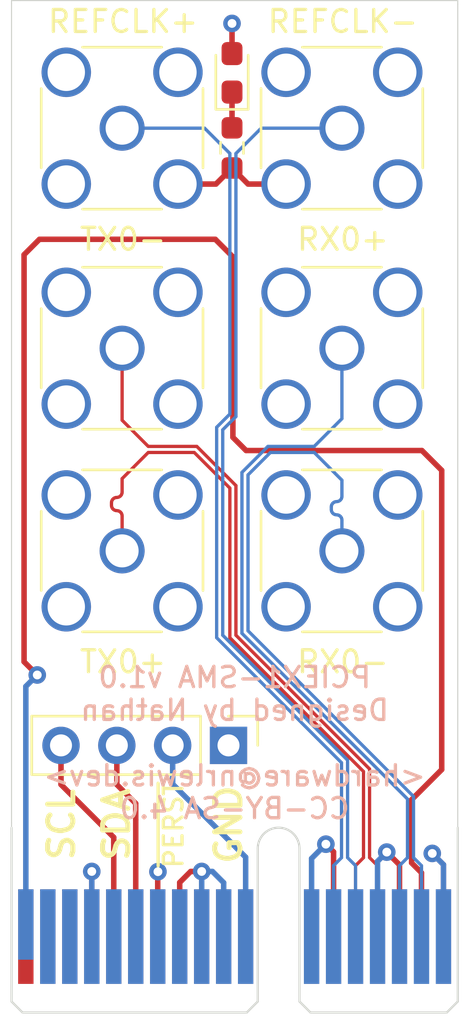
<source format=kicad_pcb>
(kicad_pcb (version 20171130) (host pcbnew 5.1.10)

  (general
    (thickness 1.6)
    (drawings 19)
    (tracks 176)
    (zones 0)
    (modules 10)
    (nets 27)
  )

  (page A4)
  (layers
    (0 F.Cu signal)
    (1 In1.Cu power)
    (2 In2.Cu power)
    (31 B.Cu signal)
    (32 B.Adhes user)
    (33 F.Adhes user)
    (34 B.Paste user)
    (35 F.Paste user)
    (36 B.SilkS user)
    (37 F.SilkS user)
    (38 B.Mask user)
    (39 F.Mask user)
    (40 Dwgs.User user)
    (41 Cmts.User user)
    (42 Eco1.User user)
    (43 Eco2.User user)
    (44 Edge.Cuts user)
    (45 Margin user)
    (46 B.CrtYd user)
    (47 F.CrtYd user)
    (48 B.Fab user)
    (49 F.Fab user)
  )

  (setup
    (last_trace_width 0.25)
    (trace_clearance 0.2)
    (zone_clearance 0.508)
    (zone_45_only no)
    (trace_min 0.09)
    (via_size 0.8)
    (via_drill 0.4)
    (via_min_size 0.45)
    (via_min_drill 0.2)
    (uvia_size 0.3)
    (uvia_drill 0.1)
    (uvias_allowed no)
    (uvia_min_size 0.2)
    (uvia_min_drill 0.1)
    (edge_width 0.05)
    (segment_width 0.2)
    (pcb_text_width 0.3)
    (pcb_text_size 1.5 1.5)
    (mod_edge_width 0.12)
    (mod_text_size 1 1)
    (mod_text_width 0.15)
    (pad_size 1.524 1.524)
    (pad_drill 0.762)
    (pad_to_mask_clearance 0)
    (aux_axis_origin 0 0)
    (visible_elements FFFFFF7F)
    (pcbplotparams
      (layerselection 0x010fc_ffffffff)
      (usegerberextensions true)
      (usegerberattributes false)
      (usegerberadvancedattributes false)
      (creategerberjobfile false)
      (excludeedgelayer true)
      (linewidth 0.100000)
      (plotframeref false)
      (viasonmask false)
      (mode 1)
      (useauxorigin false)
      (hpglpennumber 1)
      (hpglpenspeed 20)
      (hpglpendiameter 15.000000)
      (psnegative false)
      (psa4output false)
      (plotreference true)
      (plotvalue false)
      (plotinvisibletext false)
      (padsonsilk false)
      (subtractmaskfromsilk true)
      (outputformat 1)
      (mirror false)
      (drillshape 0)
      (scaleselection 1)
      (outputdirectory "Gerbers/PCIEX1-SMA-v1.0/"))
  )

  (net 0 "")
  (net 1 GND)
  (net 2 TX0_P)
  (net 3 TX0_N)
  (net 4 REFCLK_P)
  (net 5 RX0_N)
  (net 6 RX0_P)
  (net 7 REFCLK_N)
  (net 8 ~PERST)
  (net 9 +3V3)
  (net 10 "Net-(J1-PadA8)")
  (net 11 "Net-(J1-PadA7)")
  (net 12 "Net-(J1-PadA6)")
  (net 13 "Net-(J1-PadA5)")
  (net 14 "#PRSNT")
  (net 15 "Net-(J1-PadB12)")
  (net 16 "Net-(J1-PadB11)")
  (net 17 "Net-(J1-PadB10)")
  (net 18 "Net-(J1-PadB9)")
  (net 19 SMBUS_SDA)
  (net 20 SMBUS_SCL)
  (net 21 "Net-(J1-PadB1)")
  (net 22 "Net-(J1-PadB2)")
  (net 23 "Net-(J1-PadB3)")
  (net 24 "Net-(J1-PadA2)")
  (net 25 "Net-(J1-PadA3)")
  (net 26 "Net-(D1-Pad1)")

  (net_class Default "This is the default net class."
    (clearance 0.2)
    (trace_width 0.25)
    (via_dia 0.8)
    (via_drill 0.4)
    (uvia_dia 0.3)
    (uvia_drill 0.1)
    (add_net "#PRSNT")
    (add_net +3V3)
    (add_net GND)
    (add_net "Net-(D1-Pad1)")
    (add_net "Net-(J1-PadA2)")
    (add_net "Net-(J1-PadA3)")
    (add_net "Net-(J1-PadA5)")
    (add_net "Net-(J1-PadA6)")
    (add_net "Net-(J1-PadA7)")
    (add_net "Net-(J1-PadA8)")
    (add_net "Net-(J1-PadB1)")
    (add_net "Net-(J1-PadB10)")
    (add_net "Net-(J1-PadB11)")
    (add_net "Net-(J1-PadB12)")
    (add_net "Net-(J1-PadB2)")
    (add_net "Net-(J1-PadB3)")
    (add_net "Net-(J1-PadB9)")
    (add_net SMBUS_SCL)
    (add_net SMBUS_SDA)
    (add_net ~PERST)
  )

  (net_class PCIE ""
    (clearance 0.127)
    (trace_width 0.149098)
    (via_dia 0.45)
    (via_drill 0.2)
    (uvia_dia 0.3)
    (uvia_drill 0.1)
    (diff_pair_width 0.149098)
    (diff_pair_gap 0.127)
    (add_net REFCLK_N)
    (add_net REFCLK_P)
    (add_net RX0_N)
    (add_net RX0_P)
    (add_net TX0_N)
    (add_net TX0_P)
  )

  (module Resistor_SMD:R_0603_1608Metric_Pad0.98x0.95mm_HandSolder (layer F.Cu) (tedit 5F68FEEE) (tstamp 6145AA7A)
    (at 150.51 77.1475 270)
    (descr "Resistor SMD 0603 (1608 Metric), square (rectangular) end terminal, IPC_7351 nominal with elongated pad for handsoldering. (Body size source: IPC-SM-782 page 72, https://www.pcb-3d.com/wordpress/wp-content/uploads/ipc-sm-782a_amendment_1_and_2.pdf), generated with kicad-footprint-generator")
    (tags "resistor handsolder")
    (path /614AAC56)
    (attr smd)
    (fp_text reference R1 (at 0 -1.43 90) (layer F.SilkS) hide
      (effects (font (size 1 1) (thickness 0.15)))
    )
    (fp_text value 2K2 (at 0 1.43 90) (layer F.Fab) hide
      (effects (font (size 1 1) (thickness 0.15)))
    )
    (fp_line (start 1.65 0.73) (end -1.65 0.73) (layer F.CrtYd) (width 0.05))
    (fp_line (start 1.65 -0.73) (end 1.65 0.73) (layer F.CrtYd) (width 0.05))
    (fp_line (start -1.65 -0.73) (end 1.65 -0.73) (layer F.CrtYd) (width 0.05))
    (fp_line (start -1.65 0.73) (end -1.65 -0.73) (layer F.CrtYd) (width 0.05))
    (fp_line (start -0.254724 0.5225) (end 0.254724 0.5225) (layer F.SilkS) (width 0.12))
    (fp_line (start -0.254724 -0.5225) (end 0.254724 -0.5225) (layer F.SilkS) (width 0.12))
    (fp_line (start 0.8 0.4125) (end -0.8 0.4125) (layer F.Fab) (width 0.1))
    (fp_line (start 0.8 -0.4125) (end 0.8 0.4125) (layer F.Fab) (width 0.1))
    (fp_line (start -0.8 -0.4125) (end 0.8 -0.4125) (layer F.Fab) (width 0.1))
    (fp_line (start -0.8 0.4125) (end -0.8 -0.4125) (layer F.Fab) (width 0.1))
    (fp_text user %R (at 0 0 90) (layer F.Fab)
      (effects (font (size 0.4 0.4) (thickness 0.06)))
    )
    (pad 1 smd roundrect (at -0.9125 0 270) (size 0.975 0.95) (layers F.Cu F.Paste F.Mask) (roundrect_rratio 0.25)
      (net 26 "Net-(D1-Pad1)"))
    (pad 2 smd roundrect (at 0.9125 0 270) (size 0.975 0.95) (layers F.Cu F.Paste F.Mask) (roundrect_rratio 0.25)
      (net 1 GND))
    (model ${KISYS3DMOD}/Resistor_SMD.3dshapes/R_0603_1608Metric.wrl
      (at (xyz 0 0 0))
      (scale (xyz 1 1 1))
      (rotate (xyz 0 0 0))
    )
  )

  (module LED_SMD:LED_0603_1608Metric_Pad1.05x0.95mm_HandSolder (layer F.Cu) (tedit 5F68FEF1) (tstamp 6145ABDF)
    (at 150.51 73.735 90)
    (descr "LED SMD 0603 (1608 Metric), square (rectangular) end terminal, IPC_7351 nominal, (Body size source: http://www.tortai-tech.com/upload/download/2011102023233369053.pdf), generated with kicad-footprint-generator")
    (tags "LED handsolder")
    (path /614A913E)
    (attr smd)
    (fp_text reference D1 (at 2.435 0 180) (layer F.SilkS) hide
      (effects (font (size 1 1) (thickness 0.15)))
    )
    (fp_text value Power (at 0 1.43 90) (layer F.Fab)
      (effects (font (size 1 1) (thickness 0.15)))
    )
    (fp_line (start 1.65 0.73) (end -1.65 0.73) (layer F.CrtYd) (width 0.05))
    (fp_line (start 1.65 -0.73) (end 1.65 0.73) (layer F.CrtYd) (width 0.05))
    (fp_line (start -1.65 -0.73) (end 1.65 -0.73) (layer F.CrtYd) (width 0.05))
    (fp_line (start -1.65 0.73) (end -1.65 -0.73) (layer F.CrtYd) (width 0.05))
    (fp_line (start -1.66 0.735) (end 0.8 0.735) (layer F.SilkS) (width 0.12))
    (fp_line (start -1.66 -0.735) (end -1.66 0.735) (layer F.SilkS) (width 0.12))
    (fp_line (start 0.8 -0.735) (end -1.66 -0.735) (layer F.SilkS) (width 0.12))
    (fp_line (start 0.8 0.4) (end 0.8 -0.4) (layer F.Fab) (width 0.1))
    (fp_line (start -0.8 0.4) (end 0.8 0.4) (layer F.Fab) (width 0.1))
    (fp_line (start -0.8 -0.1) (end -0.8 0.4) (layer F.Fab) (width 0.1))
    (fp_line (start -0.5 -0.4) (end -0.8 -0.1) (layer F.Fab) (width 0.1))
    (fp_line (start 0.8 -0.4) (end -0.5 -0.4) (layer F.Fab) (width 0.1))
    (fp_text user %R (at 0 0 90) (layer F.Fab)
      (effects (font (size 0.4 0.4) (thickness 0.06)))
    )
    (pad 1 smd roundrect (at -0.875 0 90) (size 1.05 0.95) (layers F.Cu F.Paste F.Mask) (roundrect_rratio 0.25)
      (net 26 "Net-(D1-Pad1)"))
    (pad 2 smd roundrect (at 0.875 0 90) (size 1.05 0.95) (layers F.Cu F.Paste F.Mask) (roundrect_rratio 0.25)
      (net 9 +3V3))
    (model ${KISYS3DMOD}/LED_SMD.3dshapes/LED_0603_1608Metric.wrl
      (at (xyz 0 0 0))
      (scale (xyz 1 1 1))
      (rotate (xyz 0 0 0))
    )
  )

  (module Connector_PinHeader_2.54mm:PinHeader_1x04_P2.54mm_Vertical (layer F.Cu) (tedit 59FED5CC) (tstamp 61459C9F)
    (at 150.35 104.3 270)
    (descr "Through hole straight pin header, 1x04, 2.54mm pitch, single row")
    (tags "Through hole pin header THT 1x04 2.54mm single row")
    (path /6147BF44)
    (fp_text reference J8 (at 0 -2.5 180) (layer F.SilkS) hide
      (effects (font (size 1 1) (thickness 0.15)))
    )
    (fp_text value Sideband (at -0.1 -5.5 180) (layer F.Fab)
      (effects (font (size 1 1) (thickness 0.15)))
    )
    (fp_line (start 1.8 -1.8) (end -1.8 -1.8) (layer F.CrtYd) (width 0.05))
    (fp_line (start 1.8 9.4) (end 1.8 -1.8) (layer F.CrtYd) (width 0.05))
    (fp_line (start -1.8 9.4) (end 1.8 9.4) (layer F.CrtYd) (width 0.05))
    (fp_line (start -1.8 -1.8) (end -1.8 9.4) (layer F.CrtYd) (width 0.05))
    (fp_line (start -1.33 -1.33) (end 0 -1.33) (layer F.SilkS) (width 0.12))
    (fp_line (start -1.33 0) (end -1.33 -1.33) (layer F.SilkS) (width 0.12))
    (fp_line (start -1.33 1.27) (end 1.33 1.27) (layer F.SilkS) (width 0.12))
    (fp_line (start 1.33 1.27) (end 1.33 8.95) (layer F.SilkS) (width 0.12))
    (fp_line (start -1.33 1.27) (end -1.33 8.95) (layer F.SilkS) (width 0.12))
    (fp_line (start -1.33 8.95) (end 1.33 8.95) (layer F.SilkS) (width 0.12))
    (fp_line (start -1.27 -0.635) (end -0.635 -1.27) (layer F.Fab) (width 0.1))
    (fp_line (start -1.27 8.89) (end -1.27 -0.635) (layer F.Fab) (width 0.1))
    (fp_line (start 1.27 8.89) (end -1.27 8.89) (layer F.Fab) (width 0.1))
    (fp_line (start 1.27 -1.27) (end 1.27 8.89) (layer F.Fab) (width 0.1))
    (fp_line (start -0.635 -1.27) (end 1.27 -1.27) (layer F.Fab) (width 0.1))
    (fp_text user %R (at 0 3.81) (layer F.Fab)
      (effects (font (size 1 1) (thickness 0.15)))
    )
    (pad 1 thru_hole rect (at 0 0 270) (size 1.7 1.7) (drill 1) (layers *.Cu *.Mask)
      (net 1 GND))
    (pad 2 thru_hole oval (at 0 2.54 270) (size 1.7 1.7) (drill 1) (layers *.Cu *.Mask)
      (net 8 ~PERST))
    (pad 3 thru_hole oval (at 0 5.08 270) (size 1.7 1.7) (drill 1) (layers *.Cu *.Mask)
      (net 19 SMBUS_SDA))
    (pad 4 thru_hole oval (at 0 7.62 270) (size 1.7 1.7) (drill 1) (layers *.Cu *.Mask)
      (net 20 SMBUS_SCL))
    (model ${KISYS3DMOD}/Connector_PinHeader_2.54mm.3dshapes/PinHeader_1x04_P2.54mm_Vertical.wrl
      (at (xyz 0 0 0))
      (scale (xyz 1 1 1))
      (rotate (xyz 0 0 0))
    )
  )

  (module Connector_Coaxial:SMA_Amphenol_132134_Vertical (layer F.Cu) (tedit 5B2F4DB6) (tstamp 614599BE)
    (at 155.51 76.25)
    (descr https://www.amphenolrf.com/downloads/dl/file/id/2187/product/2843/132134_customer_drawing.pdf)
    (tags "SMA THT Female Jack Vertical ExtendedLegs")
    (path /61460030)
    (fp_text reference J7 (at 5.29 0) (layer F.SilkS) hide
      (effects (font (size 1 1) (thickness 0.15)))
    )
    (fp_text value REFCLK- (at 0.04 -4.85 180) (layer F.Fab)
      (effects (font (size 1 1) (thickness 0.15)))
    )
    (fp_circle (center 0 0) (end 3.175 0) (layer F.Fab) (width 0.1))
    (fp_line (start 4.17 4.17) (end -4.17 4.17) (layer F.CrtYd) (width 0.05))
    (fp_line (start 4.17 4.17) (end 4.17 -4.17) (layer F.CrtYd) (width 0.05))
    (fp_line (start -4.17 -4.17) (end -4.17 4.17) (layer F.CrtYd) (width 0.05))
    (fp_line (start -4.17 -4.17) (end 4.17 -4.17) (layer F.CrtYd) (width 0.05))
    (fp_line (start -3.5 -3.5) (end 3.5 -3.5) (layer F.Fab) (width 0.1))
    (fp_line (start -3.5 -3.5) (end -3.5 3.5) (layer F.Fab) (width 0.1))
    (fp_line (start -3.5 3.5) (end 3.5 3.5) (layer F.Fab) (width 0.1))
    (fp_line (start 3.5 -3.5) (end 3.5 3.5) (layer F.Fab) (width 0.1))
    (fp_line (start -3.68 -1.8) (end -3.68 1.8) (layer F.SilkS) (width 0.12))
    (fp_line (start 3.68 -1.8) (end 3.68 1.8) (layer F.SilkS) (width 0.12))
    (fp_line (start -1.8 3.68) (end 1.8 3.68) (layer F.SilkS) (width 0.12))
    (fp_line (start -1.8 -3.68) (end 1.8 -3.68) (layer F.SilkS) (width 0.12))
    (fp_text user %R (at 0 0) (layer F.Fab)
      (effects (font (size 1 1) (thickness 0.15)))
    )
    (pad 1 thru_hole circle (at 0 0) (size 2.05 2.05) (drill 1.5) (layers *.Cu *.Mask)
      (net 7 REFCLK_N))
    (pad 2 thru_hole circle (at 2.54 2.54) (size 2.25 2.25) (drill 1.7) (layers *.Cu *.Mask)
      (net 1 GND))
    (pad 2 thru_hole circle (at 2.54 -2.54) (size 2.25 2.25) (drill 1.7) (layers *.Cu *.Mask)
      (net 1 GND))
    (pad 2 thru_hole circle (at -2.54 -2.54) (size 2.25 2.25) (drill 1.7) (layers *.Cu *.Mask)
      (net 1 GND))
    (pad 2 thru_hole circle (at -2.54 2.54) (size 2.25 2.25) (drill 1.7) (layers *.Cu *.Mask)
      (net 1 GND))
    (model ${KISYS3DMOD}/Connector_Coaxial.3dshapes/SMA_Amphenol_132134_Vertical.wrl
      (at (xyz 0 0 0))
      (scale (xyz 1 1 1))
      (rotate (xyz 0 0 0))
    )
  )

  (module Connector_Coaxial:SMA_Amphenol_132134_Vertical (layer F.Cu) (tedit 5B2F4DB6) (tstamp 61459AA8)
    (at 155.51 95.46)
    (descr https://www.amphenolrf.com/downloads/dl/file/id/2187/product/2843/132134_customer_drawing.pdf)
    (tags "SMA THT Female Jack Vertical ExtendedLegs")
    (path /6145EA9D)
    (fp_text reference J6 (at 5.29 0.04) (layer F.SilkS) hide
      (effects (font (size 1 1) (thickness 0.15)))
    )
    (fp_text value RX- (at 0.04 5.04 180) (layer F.Fab)
      (effects (font (size 1 1) (thickness 0.15)))
    )
    (fp_circle (center 0 0) (end 3.175 0) (layer F.Fab) (width 0.1))
    (fp_line (start 4.17 4.17) (end -4.17 4.17) (layer F.CrtYd) (width 0.05))
    (fp_line (start 4.17 4.17) (end 4.17 -4.17) (layer F.CrtYd) (width 0.05))
    (fp_line (start -4.17 -4.17) (end -4.17 4.17) (layer F.CrtYd) (width 0.05))
    (fp_line (start -4.17 -4.17) (end 4.17 -4.17) (layer F.CrtYd) (width 0.05))
    (fp_line (start -3.5 -3.5) (end 3.5 -3.5) (layer F.Fab) (width 0.1))
    (fp_line (start -3.5 -3.5) (end -3.5 3.5) (layer F.Fab) (width 0.1))
    (fp_line (start -3.5 3.5) (end 3.5 3.5) (layer F.Fab) (width 0.1))
    (fp_line (start 3.5 -3.5) (end 3.5 3.5) (layer F.Fab) (width 0.1))
    (fp_line (start -3.68 -1.8) (end -3.68 1.8) (layer F.SilkS) (width 0.12))
    (fp_line (start 3.68 -1.8) (end 3.68 1.8) (layer F.SilkS) (width 0.12))
    (fp_line (start -1.8 3.68) (end 1.8 3.68) (layer F.SilkS) (width 0.12))
    (fp_line (start -1.8 -3.68) (end 1.8 -3.68) (layer F.SilkS) (width 0.12))
    (fp_text user %R (at 0 0) (layer F.Fab)
      (effects (font (size 1 1) (thickness 0.15)))
    )
    (pad 1 thru_hole circle (at 0 0) (size 2.05 2.05) (drill 1.5) (layers *.Cu *.Mask)
      (net 5 RX0_N))
    (pad 2 thru_hole circle (at 2.54 2.54) (size 2.25 2.25) (drill 1.7) (layers *.Cu *.Mask)
      (net 1 GND))
    (pad 2 thru_hole circle (at 2.54 -2.54) (size 2.25 2.25) (drill 1.7) (layers *.Cu *.Mask)
      (net 1 GND))
    (pad 2 thru_hole circle (at -2.54 -2.54) (size 2.25 2.25) (drill 1.7) (layers *.Cu *.Mask)
      (net 1 GND))
    (pad 2 thru_hole circle (at -2.54 2.54) (size 2.25 2.25) (drill 1.7) (layers *.Cu *.Mask)
      (net 1 GND))
    (model ${KISYS3DMOD}/Connector_Coaxial.3dshapes/SMA_Amphenol_132134_Vertical.wrl
      (at (xyz 0 0 0))
      (scale (xyz 1 1 1))
      (rotate (xyz 0 0 0))
    )
  )

  (module Connector_Coaxial:SMA_Amphenol_132134_Vertical (layer F.Cu) (tedit 5B2F4DB6) (tstamp 6145997C)
    (at 145.51 76.25)
    (descr https://www.amphenolrf.com/downloads/dl/file/id/2187/product/2843/132134_customer_drawing.pdf)
    (tags "SMA THT Female Jack Vertical ExtendedLegs")
    (path /61460028)
    (fp_text reference J5 (at -5.21 0) (layer F.SilkS) hide
      (effects (font (size 1 1) (thickness 0.15)))
    )
    (fp_text value REFCLK+ (at 0.04 -4.85) (layer F.Fab)
      (effects (font (size 1 1) (thickness 0.15)))
    )
    (fp_circle (center 0 0) (end 3.175 0) (layer F.Fab) (width 0.1))
    (fp_line (start 4.17 4.17) (end -4.17 4.17) (layer F.CrtYd) (width 0.05))
    (fp_line (start 4.17 4.17) (end 4.17 -4.17) (layer F.CrtYd) (width 0.05))
    (fp_line (start -4.17 -4.17) (end -4.17 4.17) (layer F.CrtYd) (width 0.05))
    (fp_line (start -4.17 -4.17) (end 4.17 -4.17) (layer F.CrtYd) (width 0.05))
    (fp_line (start -3.5 -3.5) (end 3.5 -3.5) (layer F.Fab) (width 0.1))
    (fp_line (start -3.5 -3.5) (end -3.5 3.5) (layer F.Fab) (width 0.1))
    (fp_line (start -3.5 3.5) (end 3.5 3.5) (layer F.Fab) (width 0.1))
    (fp_line (start 3.5 -3.5) (end 3.5 3.5) (layer F.Fab) (width 0.1))
    (fp_line (start -3.68 -1.8) (end -3.68 1.8) (layer F.SilkS) (width 0.12))
    (fp_line (start 3.68 -1.8) (end 3.68 1.8) (layer F.SilkS) (width 0.12))
    (fp_line (start -1.8 3.68) (end 1.8 3.68) (layer F.SilkS) (width 0.12))
    (fp_line (start -1.8 -3.68) (end 1.8 -3.68) (layer F.SilkS) (width 0.12))
    (fp_text user %R (at 0 0) (layer F.Fab)
      (effects (font (size 1 1) (thickness 0.15)))
    )
    (pad 1 thru_hole circle (at 0 0) (size 2.05 2.05) (drill 1.5) (layers *.Cu *.Mask)
      (net 4 REFCLK_P))
    (pad 2 thru_hole circle (at 2.54 2.54) (size 2.25 2.25) (drill 1.7) (layers *.Cu *.Mask)
      (net 1 GND))
    (pad 2 thru_hole circle (at 2.54 -2.54) (size 2.25 2.25) (drill 1.7) (layers *.Cu *.Mask)
      (net 1 GND))
    (pad 2 thru_hole circle (at -2.54 -2.54) (size 2.25 2.25) (drill 1.7) (layers *.Cu *.Mask)
      (net 1 GND))
    (pad 2 thru_hole circle (at -2.54 2.54) (size 2.25 2.25) (drill 1.7) (layers *.Cu *.Mask)
      (net 1 GND))
    (model ${KISYS3DMOD}/Connector_Coaxial.3dshapes/SMA_Amphenol_132134_Vertical.wrl
      (at (xyz 0 0 0))
      (scale (xyz 1 1 1))
      (rotate (xyz 0 0 0))
    )
  )

  (module Connector_Coaxial:SMA_Amphenol_132134_Vertical (layer F.Cu) (tedit 5B2F4DB6) (tstamp 61459B0B)
    (at 155.51 86.25)
    (descr https://www.amphenolrf.com/downloads/dl/file/id/2187/product/2843/132134_customer_drawing.pdf)
    (tags "SMA THT Female Jack Vertical ExtendedLegs")
    (path /6145EA95)
    (fp_text reference J4 (at 5.29 0) (layer F.SilkS) hide
      (effects (font (size 1 1) (thickness 0.15)))
    )
    (fp_text value RX+ (at 0.04 -4.95 180) (layer F.Fab)
      (effects (font (size 1 1) (thickness 0.15)))
    )
    (fp_circle (center 0 0) (end 3.175 0) (layer F.Fab) (width 0.1))
    (fp_line (start 4.17 4.17) (end -4.17 4.17) (layer F.CrtYd) (width 0.05))
    (fp_line (start 4.17 4.17) (end 4.17 -4.17) (layer F.CrtYd) (width 0.05))
    (fp_line (start -4.17 -4.17) (end -4.17 4.17) (layer F.CrtYd) (width 0.05))
    (fp_line (start -4.17 -4.17) (end 4.17 -4.17) (layer F.CrtYd) (width 0.05))
    (fp_line (start -3.5 -3.5) (end 3.5 -3.5) (layer F.Fab) (width 0.1))
    (fp_line (start -3.5 -3.5) (end -3.5 3.5) (layer F.Fab) (width 0.1))
    (fp_line (start -3.5 3.5) (end 3.5 3.5) (layer F.Fab) (width 0.1))
    (fp_line (start 3.5 -3.5) (end 3.5 3.5) (layer F.Fab) (width 0.1))
    (fp_line (start -3.68 -1.8) (end -3.68 1.8) (layer F.SilkS) (width 0.12))
    (fp_line (start 3.68 -1.8) (end 3.68 1.8) (layer F.SilkS) (width 0.12))
    (fp_line (start -1.8 3.68) (end 1.8 3.68) (layer F.SilkS) (width 0.12))
    (fp_line (start -1.8 -3.68) (end 1.8 -3.68) (layer F.SilkS) (width 0.12))
    (fp_text user %R (at 0 0) (layer F.Fab)
      (effects (font (size 1 1) (thickness 0.15)))
    )
    (pad 1 thru_hole circle (at 0 0) (size 2.05 2.05) (drill 1.5) (layers *.Cu *.Mask)
      (net 6 RX0_P))
    (pad 2 thru_hole circle (at 2.54 2.54) (size 2.25 2.25) (drill 1.7) (layers *.Cu *.Mask)
      (net 1 GND))
    (pad 2 thru_hole circle (at 2.54 -2.54) (size 2.25 2.25) (drill 1.7) (layers *.Cu *.Mask)
      (net 1 GND))
    (pad 2 thru_hole circle (at -2.54 -2.54) (size 2.25 2.25) (drill 1.7) (layers *.Cu *.Mask)
      (net 1 GND))
    (pad 2 thru_hole circle (at -2.54 2.54) (size 2.25 2.25) (drill 1.7) (layers *.Cu *.Mask)
      (net 1 GND))
    (model ${KISYS3DMOD}/Connector_Coaxial.3dshapes/SMA_Amphenol_132134_Vertical.wrl
      (at (xyz 0 0 0))
      (scale (xyz 1 1 1))
      (rotate (xyz 0 0 0))
    )
  )

  (module Connector_Coaxial:SMA_Amphenol_132134_Vertical (layer F.Cu) (tedit 5B2F4DB6) (tstamp 61459A03)
    (at 145.51 86.25)
    (descr https://www.amphenolrf.com/downloads/dl/file/id/2187/product/2843/132134_customer_drawing.pdf)
    (tags "SMA THT Female Jack Vertical ExtendedLegs")
    (path /6147A4D0)
    (fp_text reference J3 (at -5.21 0.04) (layer F.SilkS) hide
      (effects (font (size 1 1) (thickness 0.15)))
    )
    (fp_text value TX- (at 0.04 -4.95) (layer F.Fab)
      (effects (font (size 1 1) (thickness 0.15)))
    )
    (fp_circle (center 0 0) (end 3.175 0) (layer F.Fab) (width 0.1))
    (fp_line (start 4.17 4.17) (end -4.17 4.17) (layer F.CrtYd) (width 0.05))
    (fp_line (start 4.17 4.17) (end 4.17 -4.17) (layer F.CrtYd) (width 0.05))
    (fp_line (start -4.17 -4.17) (end -4.17 4.17) (layer F.CrtYd) (width 0.05))
    (fp_line (start -4.17 -4.17) (end 4.17 -4.17) (layer F.CrtYd) (width 0.05))
    (fp_line (start -3.5 -3.5) (end 3.5 -3.5) (layer F.Fab) (width 0.1))
    (fp_line (start -3.5 -3.5) (end -3.5 3.5) (layer F.Fab) (width 0.1))
    (fp_line (start -3.5 3.5) (end 3.5 3.5) (layer F.Fab) (width 0.1))
    (fp_line (start 3.5 -3.5) (end 3.5 3.5) (layer F.Fab) (width 0.1))
    (fp_line (start -3.68 -1.8) (end -3.68 1.8) (layer F.SilkS) (width 0.12))
    (fp_line (start 3.68 -1.8) (end 3.68 1.8) (layer F.SilkS) (width 0.12))
    (fp_line (start -1.8 3.68) (end 1.8 3.68) (layer F.SilkS) (width 0.12))
    (fp_line (start -1.8 -3.68) (end 1.8 -3.68) (layer F.SilkS) (width 0.12))
    (fp_text user %R (at 0 0) (layer F.Fab)
      (effects (font (size 1 1) (thickness 0.15)))
    )
    (pad 1 thru_hole circle (at 0 0) (size 2.05 2.05) (drill 1.5) (layers *.Cu *.Mask)
      (net 3 TX0_N))
    (pad 2 thru_hole circle (at 2.54 2.54) (size 2.25 2.25) (drill 1.7) (layers *.Cu *.Mask)
      (net 1 GND))
    (pad 2 thru_hole circle (at 2.54 -2.54) (size 2.25 2.25) (drill 1.7) (layers *.Cu *.Mask)
      (net 1 GND))
    (pad 2 thru_hole circle (at -2.54 -2.54) (size 2.25 2.25) (drill 1.7) (layers *.Cu *.Mask)
      (net 1 GND))
    (pad 2 thru_hole circle (at -2.54 2.54) (size 2.25 2.25) (drill 1.7) (layers *.Cu *.Mask)
      (net 1 GND))
    (model ${KISYS3DMOD}/Connector_Coaxial.3dshapes/SMA_Amphenol_132134_Vertical.wrl
      (at (xyz 0 0 0))
      (scale (xyz 1 1 1))
      (rotate (xyz 0 0 0))
    )
  )

  (module Connector_Coaxial:SMA_Amphenol_132134_Vertical (layer F.Cu) (tedit 5B2F4DB6) (tstamp 61459A4B)
    (at 145.51 95.46)
    (descr https://www.amphenolrf.com/downloads/dl/file/id/2187/product/2843/132134_customer_drawing.pdf)
    (tags "SMA THT Female Jack Vertical ExtendedLegs")
    (path /614762A0)
    (fp_text reference J2 (at -5.21 0.04) (layer F.SilkS) hide
      (effects (font (size 1 1) (thickness 0.15)))
    )
    (fp_text value TX+ (at 0.04 5.04) (layer F.Fab)
      (effects (font (size 1 1) (thickness 0.15)))
    )
    (fp_circle (center 0 0) (end 3.175 0) (layer F.Fab) (width 0.1))
    (fp_line (start 4.17 4.17) (end -4.17 4.17) (layer F.CrtYd) (width 0.05))
    (fp_line (start 4.17 4.17) (end 4.17 -4.17) (layer F.CrtYd) (width 0.05))
    (fp_line (start -4.17 -4.17) (end -4.17 4.17) (layer F.CrtYd) (width 0.05))
    (fp_line (start -4.17 -4.17) (end 4.17 -4.17) (layer F.CrtYd) (width 0.05))
    (fp_line (start -3.5 -3.5) (end 3.5 -3.5) (layer F.Fab) (width 0.1))
    (fp_line (start -3.5 -3.5) (end -3.5 3.5) (layer F.Fab) (width 0.1))
    (fp_line (start -3.5 3.5) (end 3.5 3.5) (layer F.Fab) (width 0.1))
    (fp_line (start 3.5 -3.5) (end 3.5 3.5) (layer F.Fab) (width 0.1))
    (fp_line (start -3.68 -1.8) (end -3.68 1.8) (layer F.SilkS) (width 0.12))
    (fp_line (start 3.68 -1.8) (end 3.68 1.8) (layer F.SilkS) (width 0.12))
    (fp_line (start -1.8 3.68) (end 1.8 3.68) (layer F.SilkS) (width 0.12))
    (fp_line (start -1.8 -3.68) (end 1.8 -3.68) (layer F.SilkS) (width 0.12))
    (fp_text user %R (at 0 0) (layer F.Fab)
      (effects (font (size 1 1) (thickness 0.15)))
    )
    (pad 1 thru_hole circle (at 0 0) (size 2.05 2.05) (drill 1.5) (layers *.Cu *.Mask)
      (net 2 TX0_P))
    (pad 2 thru_hole circle (at 2.54 2.54) (size 2.25 2.25) (drill 1.7) (layers *.Cu *.Mask)
      (net 1 GND))
    (pad 2 thru_hole circle (at 2.54 -2.54) (size 2.25 2.25) (drill 1.7) (layers *.Cu *.Mask)
      (net 1 GND))
    (pad 2 thru_hole circle (at -2.54 -2.54) (size 2.25 2.25) (drill 1.7) (layers *.Cu *.Mask)
      (net 1 GND))
    (pad 2 thru_hole circle (at -2.54 2.54) (size 2.25 2.25) (drill 1.7) (layers *.Cu *.Mask)
      (net 1 GND))
    (model ${KISYS3DMOD}/Connector_Coaxial.3dshapes/SMA_Amphenol_132134_Vertical.wrl
      (at (xyz 0 0 0))
      (scale (xyz 1 1 1))
      (rotate (xyz 0 0 0))
    )
  )

  (module Connector_PCBEdge:BUS_PCIexpress_x1 (layer F.Cu) (tedit 5DBD33CB) (tstamp 6145236C)
    (at 141.13 112.99)
    (descr "PCIexpress Bus Edge Connector x1 http://www.ritrontek.com/uploadfile/2016/1026/20161026105231124.pdf#page=70")
    (tags PCIe)
    (path /61455E37)
    (attr virtual)
    (fp_text reference J1 (at 5 -3.5) (layer F.SilkS) hide
      (effects (font (size 1 1) (thickness 0.15)))
    )
    (fp_text value PCIEX1 (at 10.33 -8.01) (layer F.Fab)
      (effects (font (size 1 1) (thickness 0.15)))
    )
    (fp_line (start -1.15 -5.45) (end 20.15 -5.45) (layer F.CrtYd) (width 0.05))
    (fp_line (start -1.15 -5.45) (end -1.15 3.95) (layer F.CrtYd) (width 0.05))
    (fp_line (start 20.15 3.95) (end 20.15 -5.45) (layer F.CrtYd) (width 0.05))
    (fp_line (start 20.15 3.95) (end -1.15 3.95) (layer F.CrtYd) (width 0.05))
    (fp_line (start 10.55 -4) (end 10.55 2.95) (layer Edge.Cuts) (width 0.1))
    (fp_line (start 12.45 -4) (end 12.45 2.95) (layer Edge.Cuts) (width 0.1))
    (fp_line (start -0.65 -4.95) (end -0.65 2.95) (layer Edge.Cuts) (width 0.1))
    (fp_line (start -0.15 3.45) (end 10.05 3.45) (layer Edge.Cuts) (width 0.1))
    (fp_line (start 19.65 -4.95) (end 19.65 2.95) (layer Edge.Cuts) (width 0.1))
    (fp_line (start 12.95 3.45) (end 19.15 3.45) (layer Edge.Cuts) (width 0.1))
    (fp_line (start -0.65 2.95) (end -0.15 3.45) (layer Edge.Cuts) (width 0.1))
    (fp_line (start 10.55 2.95) (end 10.05 3.45) (layer Edge.Cuts) (width 0.1))
    (fp_line (start 12.45 2.95) (end 12.95 3.45) (layer Edge.Cuts) (width 0.1))
    (fp_line (start 19.65 2.95) (end 19.15 3.45) (layer Edge.Cuts) (width 0.1))
    (fp_arc (start 11.5 -4) (end 12.45 -4) (angle -180) (layer Edge.Cuts) (width 0.1))
    (fp_text user "PCB Thickness 1.57 mm" (at 5 2.8 180) (layer Cmts.User)
      (effects (font (size 0.5 0.5) (thickness 0.1)))
    )
    (fp_text user %R (at 16 -3.5) (layer F.Fab)
      (effects (font (size 1 1) (thickness 0.15)))
    )
    (pad A13 connect rect (at 14 0) (size 0.7 4.3) (layers B.Cu B.Mask)
      (net 4 REFCLK_P))
    (pad A12 connect rect (at 13 0) (size 0.7 4.3) (layers B.Cu B.Mask)
      (net 1 GND))
    (pad A18 connect rect (at 19 0) (size 0.7 4.3) (layers B.Cu B.Mask)
      (net 1 GND))
    (pad A17 connect rect (at 18 0) (size 0.7 4.3) (layers B.Cu B.Mask)
      (net 5 RX0_N))
    (pad A16 connect rect (at 17 0) (size 0.7 4.3) (layers B.Cu B.Mask)
      (net 6 RX0_P))
    (pad A15 connect rect (at 16 0) (size 0.7 4.3) (layers B.Cu B.Mask)
      (net 1 GND))
    (pad A14 connect rect (at 15 0) (size 0.7 4.3) (layers B.Cu B.Mask)
      (net 7 REFCLK_N))
    (pad A11 connect rect (at 10 0) (size 0.7 4.3) (layers B.Cu B.Mask)
      (net 8 ~PERST))
    (pad A10 connect rect (at 9 0) (size 0.7 4.3) (layers B.Cu B.Mask)
      (net 9 +3V3))
    (pad A9 connect rect (at 8 0) (size 0.7 4.3) (layers B.Cu B.Mask)
      (net 9 +3V3))
    (pad A8 connect rect (at 7 0) (size 0.7 4.3) (layers B.Cu B.Mask)
      (net 10 "Net-(J1-PadA8)"))
    (pad A7 connect rect (at 6 0) (size 0.7 4.3) (layers B.Cu B.Mask)
      (net 11 "Net-(J1-PadA7)"))
    (pad A6 connect rect (at 5 0) (size 0.7 4.3) (layers B.Cu B.Mask)
      (net 12 "Net-(J1-PadA6)"))
    (pad A5 connect rect (at 4 0) (size 0.7 4.3) (layers B.Cu B.Mask)
      (net 13 "Net-(J1-PadA5)"))
    (pad A4 connect rect (at 3 0) (size 0.7 4.3) (layers B.Cu B.Mask)
      (net 1 GND))
    (pad A3 connect rect (at 2 0) (size 0.7 4.3) (layers B.Cu B.Mask)
      (net 25 "Net-(J1-PadA3)"))
    (pad A2 connect rect (at 1 0) (size 0.7 4.3) (layers B.Cu B.Mask)
      (net 24 "Net-(J1-PadA2)"))
    (pad A1 connect rect (at 0 -0.55) (size 0.7 3.2) (layers B.Cu B.Mask)
      (net 14 "#PRSNT"))
    (pad B13 connect rect (at 14 0) (size 0.7 4.3) (layers F.Cu F.Mask)
      (net 1 GND))
    (pad B12 connect rect (at 13 0) (size 0.7 4.3) (layers F.Cu F.Mask)
      (net 15 "Net-(J1-PadB12)"))
    (pad B18 connect rect (at 19 0) (size 0.7 4.3) (layers F.Cu F.Mask)
      (net 1 GND))
    (pad B17 connect rect (at 18 -0.55) (size 0.7 3.2) (layers F.Cu F.Mask)
      (net 14 "#PRSNT"))
    (pad B16 connect rect (at 17 0) (size 0.7 4.3) (layers F.Cu F.Mask)
      (net 1 GND))
    (pad B15 connect rect (at 16 0) (size 0.7 4.3) (layers F.Cu F.Mask)
      (net 3 TX0_N))
    (pad B14 connect rect (at 15 0) (size 0.7 4.3) (layers F.Cu F.Mask)
      (net 2 TX0_P))
    (pad B11 connect rect (at 10 0) (size 0.7 4.3) (layers F.Cu F.Mask)
      (net 16 "Net-(J1-PadB11)"))
    (pad B10 connect rect (at 9 0) (size 0.7 4.3) (layers F.Cu F.Mask)
      (net 17 "Net-(J1-PadB10)"))
    (pad B9 connect rect (at 8 0) (size 0.7 4.3) (layers F.Cu F.Mask)
      (net 18 "Net-(J1-PadB9)"))
    (pad B8 connect rect (at 7 0) (size 0.7 4.3) (layers F.Cu F.Mask)
      (net 9 +3V3))
    (pad B7 connect rect (at 6 0) (size 0.7 4.3) (layers F.Cu F.Mask)
      (net 1 GND))
    (pad B6 connect rect (at 5 0) (size 0.7 4.3) (layers F.Cu F.Mask)
      (net 19 SMBUS_SDA))
    (pad B5 connect rect (at 4 0) (size 0.7 4.3) (layers F.Cu F.Mask)
      (net 20 SMBUS_SCL))
    (pad B4 connect rect (at 3 0) (size 0.7 4.3) (layers F.Cu F.Mask)
      (net 1 GND))
    (pad B3 connect rect (at 2 0) (size 0.7 4.3) (layers F.Cu F.Mask)
      (net 23 "Net-(J1-PadB3)"))
    (pad B2 connect rect (at 1 0) (size 0.7 4.3) (layers F.Cu F.Mask)
      (net 22 "Net-(J1-PadB2)"))
    (pad B1 connect rect (at 0 0) (size 0.7 4.3) (layers F.Cu F.Mask)
      (net 21 "Net-(J1-PadB1)"))
  )

  (gr_text "PCIEX1-SMA v1.0\nDesigned by Nathan\n\n<hardware@nrlewis.dev>\nCC-BY-SA 4.0" (at 150.63 104.19) (layer B.SilkS)
    (effects (font (size 0.925 0.925) (thickness 0.15)) (justify mirror))
  )
  (gr_text GND (at 150.35 107.9 90) (layer F.SilkS) (tstamp 6145A490)
    (effects (font (size 1.15 1.15) (thickness 0.225)))
  )
  (gr_text ~PERST (at 147.85 107.9 90) (layer F.SilkS) (tstamp 6145A490)
    (effects (font (size 0.85 0.85) (thickness 0.15)))
  )
  (gr_text SDA (at 145.25 107.9 90) (layer F.SilkS) (tstamp 6145A490)
    (effects (font (size 1.15 1.15) (thickness 0.225)))
  )
  (gr_text SCL (at 142.75 107.9 90) (layer F.SilkS)
    (effects (font (size 1.15 1.15) (thickness 0.225)))
  )
  (gr_line (start 160.78 70.45) (end 160.78 70.61) (layer Edge.Cuts) (width 0.05) (tstamp 61459EC0))
  (gr_line (start 140.89 70.45) (end 160.78 70.45) (layer Edge.Cuts) (width 0.05))
  (gr_line (start 140.48 70.45) (end 140.89 70.45) (layer Edge.Cuts) (width 0.05))
  (gr_line (start 140.48 70.61) (end 140.48 70.45) (layer Edge.Cuts) (width 0.05))
  (gr_line (start 160.78 70.62) (end 160.78 70.61) (layer Edge.Cuts) (width 0.05))
  (gr_line (start 160.78 108.04) (end 160.78 70.62) (layer Edge.Cuts) (width 0.05))
  (gr_line (start 140.48 107.83) (end 140.48 70.61) (layer Edge.Cuts) (width 0.05))
  (gr_line (start 140.48 108.04) (end 140.48 107.83) (layer Edge.Cuts) (width 0.05))
  (gr_text REFCLK+ (at 145.55 71.4) (layer F.SilkS) (tstamp 61459A78)
    (effects (font (size 1 1) (thickness 0.15)))
  )
  (gr_text TX0- (at 145.55 81.3) (layer F.SilkS) (tstamp 61459AF0)
    (effects (font (size 1 1) (thickness 0.15)))
  )
  (gr_text TX0+ (at 145.55 100.5) (layer F.SilkS) (tstamp 6145917F)
    (effects (font (size 1 1) (thickness 0.15)))
  )
  (gr_text RX0- (at 155.55 100.5) (layer F.SilkS) (tstamp 6145917F)
    (effects (font (size 1 1) (thickness 0.15)))
  )
  (gr_text RX0+ (at 155.55 81.3) (layer F.SilkS) (tstamp 61459952)
    (effects (font (size 1 1) (thickness 0.15)))
  )
  (gr_text REFCLK- (at 155.55 71.4) (layer F.SilkS) (tstamp 61459A81)
    (effects (font (size 1 1) (thickness 0.15)))
  )

  (via (at 147.14 110.04) (size 0.8) (drill 0.4) (layers F.Cu B.Cu) (net 1))
  (segment (start 147.13 110.05) (end 147.14 110.04) (width 0.25) (layer F.Cu) (net 1))
  (segment (start 147.13 112.99) (end 147.13 110.05) (width 0.25) (layer F.Cu) (net 1))
  (via (at 144.13 110.03) (size 0.8) (drill 0.4) (layers F.Cu B.Cu) (net 1))
  (segment (start 144.13 112.99) (end 144.13 110.03) (width 0.25) (layer B.Cu) (net 1))
  (segment (start 144.13 112.99) (end 144.13 110.03) (width 0.25) (layer F.Cu) (net 1))
  (via (at 154.78 108.79) (size 0.8) (drill 0.4) (layers F.Cu B.Cu) (net 1))
  (segment (start 154.13 109.44) (end 154.78 108.79) (width 0.25) (layer B.Cu) (net 1))
  (segment (start 154.13 112.99) (end 154.13 109.44) (width 0.25) (layer B.Cu) (net 1))
  (segment (start 155.13 109.14) (end 155.13 112.99) (width 0.25) (layer F.Cu) (net 1))
  (segment (start 154.78 108.79) (end 155.13 109.14) (width 0.25) (layer F.Cu) (net 1))
  (via (at 157.55 109.15) (size 0.8) (drill 0.4) (layers F.Cu B.Cu) (net 1))
  (segment (start 158.13 109.73) (end 157.55 109.15) (width 0.25) (layer F.Cu) (net 1))
  (segment (start 158.13 112.99) (end 158.13 109.73) (width 0.25) (layer F.Cu) (net 1))
  (segment (start 157.13 109.57) (end 157.13 112.99) (width 0.25) (layer B.Cu) (net 1))
  (segment (start 157.55 109.15) (end 157.13 109.57) (width 0.25) (layer B.Cu) (net 1))
  (via (at 159.62 109.21) (size 0.8) (drill 0.4) (layers F.Cu B.Cu) (net 1))
  (segment (start 160.13 109.72) (end 159.62 109.21) (width 0.25) (layer B.Cu) (net 1))
  (segment (start 160.13 112.99) (end 160.13 109.72) (width 0.25) (layer B.Cu) (net 1))
  (segment (start 160.13 109.72) (end 159.62 109.21) (width 0.25) (layer F.Cu) (net 1))
  (segment (start 160.13 112.99) (end 160.13 109.72) (width 0.25) (layer F.Cu) (net 1))
  (segment (start 149.78 78.79) (end 150.51 78.06) (width 0.25) (layer F.Cu) (net 1))
  (segment (start 148.05 78.79) (end 149.78 78.79) (width 0.25) (layer F.Cu) (net 1))
  (segment (start 151.24 78.79) (end 150.51 78.06) (width 0.25) (layer F.Cu) (net 1))
  (segment (start 152.97 78.79) (end 151.24 78.79) (width 0.25) (layer F.Cu) (net 1))
  (segment (start 145.457286 93.722589) (end 145.486072 93.768401) (width 0.149098) (layer F.Cu) (net 2))
  (segment (start 145.51 95.201236) (end 145.51 95.46) (width 0.149098) (layer F.Cu) (net 2))
  (segment (start 145.419028 93.684331) (end 145.457286 93.722589) (width 0.149098) (layer F.Cu) (net 2))
  (segment (start 145.322147 93.637675) (end 145.373216 93.655545) (width 0.149098) (layer F.Cu) (net 2))
  (segment (start 145.214616 93.62556) (end 145.322147 93.637675) (width 0.149098) (layer F.Cu) (net 2))
  (segment (start 145.457286 92.940646) (end 145.419028 92.978904) (width 0.149098) (layer F.Cu) (net 2))
  (segment (start 145.486072 92.894834) (end 145.457286 92.940646) (width 0.149098) (layer F.Cu) (net 2))
  (segment (start 145.322147 93.02556) (end 145.214616 93.037675) (width 0.149098) (layer F.Cu) (net 2))
  (segment (start 145.079477 93.122589) (end 145.050691 93.168401) (width 0.149098) (layer F.Cu) (net 2))
  (segment (start 145.079477 93.540646) (end 145.117735 93.578904) (width 0.149098) (layer F.Cu) (net 2))
  (segment (start 146.7 90.988049) (end 145.51 92.178049) (width 0.149098) (layer F.Cu) (net 2))
  (segment (start 148.792817 90.988049) (end 146.7 90.988049) (width 0.149098) (layer F.Cu) (net 2))
  (segment (start 145.026764 93.273236) (end 145.026764 93.39) (width 0.149098) (layer F.Cu) (net 2))
  (segment (start 145.163547 93.055545) (end 145.117735 93.084331) (width 0.149098) (layer F.Cu) (net 2))
  (segment (start 145.51 92.79) (end 145.503942 92.843765) (width 0.149098) (layer F.Cu) (net 2))
  (segment (start 150.411951 92.607183) (end 148.792817 90.988049) (width 0.149098) (layer F.Cu) (net 2))
  (segment (start 150.411951 99.407183) (end 150.411951 92.607183) (width 0.149098) (layer F.Cu) (net 2))
  (segment (start 156.491951 105.487183) (end 150.411951 99.407183) (width 0.149098) (layer F.Cu) (net 2))
  (segment (start 145.503942 93.81947) (end 145.51 93.873236) (width 0.149098) (layer F.Cu) (net 2))
  (segment (start 156.491951 109.403048) (end 156.491951 105.487183) (width 0.149098) (layer F.Cu) (net 2))
  (segment (start 145.503942 92.843765) (end 145.486072 92.894834) (width 0.149098) (layer F.Cu) (net 2))
  (segment (start 145.51 92.178049) (end 145.51 92.79) (width 0.149098) (layer F.Cu) (net 2))
  (segment (start 156.13 112.99) (end 156.13 109.764999) (width 0.149098) (layer F.Cu) (net 2))
  (segment (start 145.373216 93.00769) (end 145.322147 93.02556) (width 0.149098) (layer F.Cu) (net 2))
  (segment (start 145.419028 92.978904) (end 145.373216 93.00769) (width 0.149098) (layer F.Cu) (net 2))
  (segment (start 145.050691 93.168401) (end 145.032821 93.21947) (width 0.149098) (layer F.Cu) (net 2))
  (segment (start 145.51 93.873236) (end 145.51 95.201236) (width 0.149098) (layer F.Cu) (net 2))
  (segment (start 156.13 109.764999) (end 156.491951 109.403048) (width 0.149098) (layer F.Cu) (net 2))
  (segment (start 145.032821 93.21947) (end 145.026764 93.273236) (width 0.149098) (layer F.Cu) (net 2))
  (segment (start 145.214616 93.037675) (end 145.163547 93.055545) (width 0.149098) (layer F.Cu) (net 2))
  (segment (start 145.117735 93.084331) (end 145.079477 93.122589) (width 0.149098) (layer F.Cu) (net 2))
  (segment (start 145.026764 93.39) (end 145.032821 93.443765) (width 0.149098) (layer F.Cu) (net 2))
  (segment (start 145.032821 93.443765) (end 145.050691 93.494834) (width 0.149098) (layer F.Cu) (net 2))
  (segment (start 145.373216 93.655545) (end 145.419028 93.684331) (width 0.149098) (layer F.Cu) (net 2))
  (segment (start 145.050691 93.494834) (end 145.079477 93.540646) (width 0.149098) (layer F.Cu) (net 2))
  (segment (start 145.117735 93.578904) (end 145.163547 93.60769) (width 0.149098) (layer F.Cu) (net 2))
  (segment (start 145.486072 93.768401) (end 145.503942 93.81947) (width 0.149098) (layer F.Cu) (net 2))
  (segment (start 145.163547 93.60769) (end 145.214616 93.62556) (width 0.149098) (layer F.Cu) (net 2))
  (segment (start 145.51 89.521951) (end 145.51 86.25) (width 0.149098) (layer F.Cu) (net 3))
  (segment (start 146.7 90.711951) (end 145.51 89.521951) (width 0.149098) (layer F.Cu) (net 3))
  (segment (start 148.907183 90.711951) (end 146.7 90.711951) (width 0.149098) (layer F.Cu) (net 3))
  (segment (start 150.688049 92.492817) (end 148.907183 90.711951) (width 0.149098) (layer F.Cu) (net 3))
  (segment (start 157.13 109.764999) (end 156.768049 109.403048) (width 0.149098) (layer F.Cu) (net 3))
  (segment (start 150.688049 99.292817) (end 150.688049 92.492817) (width 0.149098) (layer F.Cu) (net 3))
  (segment (start 157.13 112.99) (end 157.13 109.764999) (width 0.149098) (layer F.Cu) (net 3))
  (segment (start 156.768049 109.403048) (end 156.768049 105.372817) (width 0.149098) (layer F.Cu) (net 3))
  (segment (start 156.768049 105.372817) (end 150.688049 99.292817) (width 0.149098) (layer F.Cu) (net 3))
  (segment (start 155.491951 109.403048) (end 155.491951 105.087183) (width 0.149098) (layer B.Cu) (net 4))
  (segment (start 155.13 109.764999) (end 155.491951 109.403048) (width 0.149098) (layer B.Cu) (net 4))
  (segment (start 155.13 112.99) (end 155.13 109.764999) (width 0.149098) (layer B.Cu) (net 4))
  (segment (start 149.811951 89.842817) (end 150.411951 89.242817) (width 0.149098) (layer B.Cu) (net 4))
  (segment (start 149.811951 99.407183) (end 149.811951 89.842817) (width 0.149098) (layer B.Cu) (net 4))
  (segment (start 150.411951 89.242817) (end 150.411951 77.4) (width 0.149098) (layer B.Cu) (net 4))
  (segment (start 155.491951 105.087183) (end 149.811951 99.407183) (width 0.149098) (layer B.Cu) (net 4))
  (segment (start 150.411951 77.4) (end 149.261951 76.25) (width 0.149098) (layer B.Cu) (net 4))
  (segment (start 149.261951 76.25) (end 145.51 76.25) (width 0.149098) (layer B.Cu) (net 4))
  (segment (start 155.51 95.007366) (end 155.51 95.46) (width 0.149098) (layer B.Cu) (net 5))
  (segment (start 155.486072 93.958401) (end 155.503942 94.00947) (width 0.149098) (layer B.Cu) (net 5))
  (segment (start 155.419028 93.874331) (end 155.457286 93.912589) (width 0.149098) (layer B.Cu) (net 5))
  (segment (start 155.373216 93.845545) (end 155.419028 93.874331) (width 0.149098) (layer B.Cu) (net 5))
  (segment (start 155.322147 93.827675) (end 155.373216 93.845545) (width 0.149098) (layer B.Cu) (net 5))
  (segment (start 155.51 94.063236) (end 155.51 95.007366) (width 0.149098) (layer B.Cu) (net 5))
  (segment (start 155.214616 93.81556) (end 155.322147 93.827675) (width 0.149098) (layer B.Cu) (net 5))
  (segment (start 155.457286 93.130646) (end 155.419028 93.168904) (width 0.149098) (layer B.Cu) (net 5))
  (segment (start 155.117735 93.768904) (end 155.163547 93.79769) (width 0.149098) (layer B.Cu) (net 5))
  (segment (start 155.486072 93.084834) (end 155.457286 93.130646) (width 0.149098) (layer B.Cu) (net 5))
  (segment (start 155.503942 93.033765) (end 155.486072 93.084834) (width 0.149098) (layer B.Cu) (net 5))
  (segment (start 155.079477 93.312589) (end 155.050691 93.358401) (width 0.149098) (layer B.Cu) (net 5))
  (segment (start 155.51 92.98) (end 155.503942 93.033765) (width 0.149098) (layer B.Cu) (net 5))
  (segment (start 155.503942 94.00947) (end 155.51 94.063236) (width 0.149098) (layer B.Cu) (net 5))
  (segment (start 159.13 112.99) (end 159.13 109.764999) (width 0.149098) (layer B.Cu) (net 5))
  (segment (start 155.373216 93.19769) (end 155.322147 93.21556) (width 0.149098) (layer B.Cu) (net 5))
  (segment (start 151.238049 92.007183) (end 152.257183 90.988049) (width 0.149098) (layer B.Cu) (net 5))
  (segment (start 158.768049 106.622817) (end 151.238049 99.092817) (width 0.149098) (layer B.Cu) (net 5))
  (segment (start 151.238049 99.092817) (end 151.238049 92.007183) (width 0.149098) (layer B.Cu) (net 5))
  (segment (start 155.51 92.248049) (end 155.51 92.98) (width 0.149098) (layer B.Cu) (net 5))
  (segment (start 158.768049 109.403048) (end 158.768049 106.622817) (width 0.149098) (layer B.Cu) (net 5))
  (segment (start 155.032821 93.40947) (end 155.026764 93.463236) (width 0.149098) (layer B.Cu) (net 5))
  (segment (start 159.13 109.764999) (end 158.768049 109.403048) (width 0.149098) (layer B.Cu) (net 5))
  (segment (start 155.419028 93.168904) (end 155.373216 93.19769) (width 0.149098) (layer B.Cu) (net 5))
  (segment (start 155.214616 93.227675) (end 155.163547 93.245545) (width 0.149098) (layer B.Cu) (net 5))
  (segment (start 155.322147 93.21556) (end 155.214616 93.227675) (width 0.149098) (layer B.Cu) (net 5))
  (segment (start 155.163547 93.245545) (end 155.117735 93.274331) (width 0.149098) (layer B.Cu) (net 5))
  (segment (start 155.117735 93.274331) (end 155.079477 93.312589) (width 0.149098) (layer B.Cu) (net 5))
  (segment (start 155.026764 93.463236) (end 155.026764 93.58) (width 0.149098) (layer B.Cu) (net 5))
  (segment (start 155.457286 93.912589) (end 155.486072 93.958401) (width 0.149098) (layer B.Cu) (net 5))
  (segment (start 152.257183 90.988049) (end 154.25 90.988049) (width 0.149098) (layer B.Cu) (net 5))
  (segment (start 155.050691 93.358401) (end 155.032821 93.40947) (width 0.149098) (layer B.Cu) (net 5))
  (segment (start 155.026764 93.58) (end 155.032821 93.633765) (width 0.149098) (layer B.Cu) (net 5))
  (segment (start 154.25 90.988049) (end 155.51 92.248049) (width 0.149098) (layer B.Cu) (net 5))
  (segment (start 155.032821 93.633765) (end 155.050691 93.684834) (width 0.149098) (layer B.Cu) (net 5))
  (segment (start 155.050691 93.684834) (end 155.079477 93.730646) (width 0.149098) (layer B.Cu) (net 5))
  (segment (start 155.079477 93.730646) (end 155.117735 93.768904) (width 0.149098) (layer B.Cu) (net 5))
  (segment (start 155.163547 93.79769) (end 155.214616 93.81556) (width 0.149098) (layer B.Cu) (net 5))
  (segment (start 158.13 112.99) (end 158.13 109.764999) (width 0.149098) (layer B.Cu) (net 6))
  (segment (start 158.13 109.764999) (end 158.491951 109.403048) (width 0.149098) (layer B.Cu) (net 6))
  (segment (start 154.25 90.711951) (end 155.51 89.451951) (width 0.149098) (layer B.Cu) (net 6))
  (segment (start 158.491951 109.403048) (end 158.491951 106.737183) (width 0.149098) (layer B.Cu) (net 6))
  (segment (start 158.491951 106.737183) (end 150.961951 99.207183) (width 0.149098) (layer B.Cu) (net 6))
  (segment (start 155.51 89.451951) (end 155.51 86.25) (width 0.149098) (layer B.Cu) (net 6))
  (segment (start 150.961951 99.207183) (end 150.961951 91.892817) (width 0.149098) (layer B.Cu) (net 6))
  (segment (start 150.961951 91.892817) (end 152.142817 90.711951) (width 0.149098) (layer B.Cu) (net 6))
  (segment (start 152.142817 90.711951) (end 154.25 90.711951) (width 0.149098) (layer B.Cu) (net 6))
  (segment (start 151.838049 76.25) (end 155.51 76.25) (width 0.149098) (layer B.Cu) (net 7))
  (segment (start 150.688049 77.4) (end 151.838049 76.25) (width 0.149098) (layer B.Cu) (net 7))
  (segment (start 150.088049 89.957183) (end 150.688049 89.357183) (width 0.149098) (layer B.Cu) (net 7))
  (segment (start 155.768049 109.403048) (end 155.768049 104.972817) (width 0.149098) (layer B.Cu) (net 7))
  (segment (start 156.13 112.99) (end 156.13 109.764999) (width 0.149098) (layer B.Cu) (net 7))
  (segment (start 150.088049 99.292817) (end 150.088049 89.957183) (width 0.149098) (layer B.Cu) (net 7))
  (segment (start 155.768049 104.972817) (end 150.088049 99.292817) (width 0.149098) (layer B.Cu) (net 7))
  (segment (start 150.688049 89.357183) (end 150.688049 77.4) (width 0.149098) (layer B.Cu) (net 7))
  (segment (start 156.13 109.764999) (end 155.768049 109.403048) (width 0.149098) (layer B.Cu) (net 7))
  (segment (start 147.81 104.3) (end 147.81 106.06) (width 0.25) (layer B.Cu) (net 8))
  (segment (start 151.13 109.38) (end 151.13 112.99) (width 0.25) (layer B.Cu) (net 8))
  (segment (start 147.81 106.06) (end 151.13 109.38) (width 0.25) (layer B.Cu) (net 8))
  (via (at 149.13 110.03) (size 0.8) (drill 0.4) (layers F.Cu B.Cu) (net 9))
  (segment (start 149.13 112.99) (end 149.13 110.03) (width 0.25) (layer B.Cu) (net 9))
  (segment (start 148.13 112.99) (end 148.13 110.53) (width 0.25) (layer F.Cu) (net 9))
  (segment (start 148.63 110.03) (end 149.13 110.03) (width 0.25) (layer F.Cu) (net 9))
  (segment (start 148.13 110.53) (end 148.63 110.03) (width 0.25) (layer F.Cu) (net 9))
  (segment (start 149.13 110.03) (end 149.62 110.03) (width 0.25) (layer B.Cu) (net 9))
  (segment (start 149.62 110.03) (end 150.13 110.54) (width 0.25) (layer B.Cu) (net 9))
  (segment (start 150.13 112.99) (end 150.13 110.54) (width 0.25) (layer B.Cu) (net 9))
  (via (at 150.51 71.49) (size 0.8) (drill 0.4) (layers F.Cu B.Cu) (net 9))
  (segment (start 150.51 72.86) (end 150.51 71.49) (width 0.25) (layer F.Cu) (net 9))
  (via (at 141.65 101.1) (size 0.8) (drill 0.4) (layers F.Cu B.Cu) (net 14))
  (segment (start 141.13 101.62) (end 141.65 101.1) (width 0.25) (layer B.Cu) (net 14))
  (segment (start 141.13 112.44) (end 141.13 101.62) (width 0.25) (layer B.Cu) (net 14))
  (segment (start 159.13 112.44) (end 159.13 110.09) (width 0.25) (layer F.Cu) (net 14))
  (segment (start 159.13 110.09) (end 158.68 109.64) (width 0.25) (layer F.Cu) (net 14))
  (segment (start 158.68 109.64) (end 158.68 106.77) (width 0.25) (layer F.Cu) (net 14))
  (segment (start 159.15 90.9) (end 151.15 90.9) (width 0.25) (layer F.Cu) (net 14))
  (segment (start 158.68 106.77) (end 160.05 105.4) (width 0.25) (layer F.Cu) (net 14))
  (segment (start 160.05 105.4) (end 160.05 91.8) (width 0.25) (layer F.Cu) (net 14))
  (segment (start 141.05 82) (end 141.05 100.5) (width 0.25) (layer F.Cu) (net 14))
  (segment (start 141.05 100.5) (end 141.65 101.1) (width 0.25) (layer F.Cu) (net 14))
  (segment (start 160.05 91.8) (end 159.15 90.9) (width 0.25) (layer F.Cu) (net 14))
  (segment (start 151.15 90.9) (end 150.55 90.3) (width 0.25) (layer F.Cu) (net 14))
  (segment (start 150.55 90.3) (end 150.55 82.1) (width 0.25) (layer F.Cu) (net 14))
  (segment (start 150.55 82.1) (end 149.75 81.3) (width 0.25) (layer F.Cu) (net 14))
  (segment (start 149.75 81.3) (end 141.75 81.3) (width 0.25) (layer F.Cu) (net 14))
  (segment (start 141.75 81.3) (end 141.05 82) (width 0.25) (layer F.Cu) (net 14))
  (segment (start 145.27 104.3) (end 145.27 106.08) (width 0.25) (layer F.Cu) (net 19))
  (segment (start 146.13 106.94) (end 146.13 107.68) (width 0.25) (layer F.Cu) (net 19))
  (segment (start 145.27 106.08) (end 146.13 106.94) (width 0.25) (layer F.Cu) (net 19))
  (segment (start 146.13 107.68) (end 146.13 112.99) (width 0.25) (layer F.Cu) (net 19))
  (segment (start 145.13 108.72) (end 145.13 112.99) (width 0.25) (layer F.Cu) (net 20))
  (segment (start 142.73 106.08) (end 145.13 108.48) (width 0.25) (layer F.Cu) (net 20))
  (segment (start 145.13 108.48) (end 145.13 108.72) (width 0.25) (layer F.Cu) (net 20))
  (segment (start 142.73 104.3) (end 142.73 106.08) (width 0.25) (layer F.Cu) (net 20))
  (segment (start 150.51 74.61) (end 150.51 76.235) (width 0.25) (layer F.Cu) (net 26))

  (zone (net 1) (net_name GND) (layer In1.Cu) (tstamp 61454D1C) (hatch edge 0.508)
    (connect_pads (clearance 0.508))
    (min_thickness 0.254)
    (fill yes (arc_segments 32) (thermal_gap 0.508) (thermal_bridge_width 0.508))
    (polygon
      (pts
        (xy 160.78 115.92) (xy 140.48 115.88) (xy 140.46 70.43) (xy 160.8 70.43)
      )
    )
    (filled_polygon
      (pts
        (xy 149.514774 71.188102) (xy 149.475 71.388061) (xy 149.475 71.591939) (xy 149.514774 71.791898) (xy 149.592795 71.980256)
        (xy 149.706063 72.149774) (xy 149.850226 72.293937) (xy 150.019744 72.407205) (xy 150.208102 72.485226) (xy 150.408061 72.525)
        (xy 150.611939 72.525) (xy 150.810676 72.485469) (xy 151.925074 72.485469) (xy 152.97 73.530395) (xy 154.014926 72.485469)
        (xy 157.005074 72.485469) (xy 158.05 73.530395) (xy 159.094926 72.485469) (xy 158.984079 72.208286) (xy 158.67316 72.054911)
        (xy 158.338295 71.96514) (xy 157.99235 71.942424) (xy 157.64862 71.987634) (xy 157.320315 72.099034) (xy 157.115921 72.208286)
        (xy 157.005074 72.485469) (xy 154.014926 72.485469) (xy 153.904079 72.208286) (xy 153.59316 72.054911) (xy 153.258295 71.96514)
        (xy 152.91235 71.942424) (xy 152.56862 71.987634) (xy 152.240315 72.099034) (xy 152.035921 72.208286) (xy 151.925074 72.485469)
        (xy 150.810676 72.485469) (xy 150.811898 72.485226) (xy 151.000256 72.407205) (xy 151.169774 72.293937) (xy 151.313937 72.149774)
        (xy 151.427205 71.980256) (xy 151.505226 71.791898) (xy 151.545 71.591939) (xy 151.545 71.388061) (xy 151.505226 71.188102)
        (xy 151.472875 71.11) (xy 160.120001 71.11) (xy 160.12 107.855979) (xy 160.104912 107.905718) (xy 160.095 108.006354)
        (xy 160.095001 115.656263) (xy 159.996264 115.755) (xy 154.363736 115.755) (xy 154.265 115.656264) (xy 154.265 108.956353)
        (xy 154.261638 108.922219) (xy 154.261638 108.909892) (xy 154.260638 108.90038) (xy 154.239971 108.716128) (xy 154.227062 108.655396)
        (xy 154.215004 108.5945) (xy 154.212177 108.585364) (xy 154.156115 108.408634) (xy 154.131667 108.351592) (xy 154.107998 108.294167)
        (xy 154.103449 108.285753) (xy 154.014128 108.123279) (xy 153.979037 108.072031) (xy 153.944693 108.020339) (xy 153.938597 108.01297)
        (xy 153.819419 107.87094) (xy 153.775062 107.827502) (xy 153.731315 107.783449) (xy 153.723903 107.777404) (xy 153.579409 107.661228)
        (xy 153.527499 107.627259) (xy 153.475988 107.592515) (xy 153.467544 107.588025) (xy 153.303235 107.502126) (xy 153.24568 107.478872)
        (xy 153.188435 107.454809) (xy 153.179283 107.452046) (xy 153.179277 107.452044) (xy 153.001415 107.399697) (xy 152.940408 107.388059)
        (xy 152.879614 107.37558) (xy 152.870096 107.374646) (xy 152.685452 107.357842) (xy 152.623362 107.358276) (xy 152.561283 107.357843)
        (xy 152.551764 107.358776) (xy 152.367372 107.378157) (xy 152.306569 107.390638) (xy 152.245574 107.402273) (xy 152.236418 107.405038)
        (xy 152.236413 107.405039) (xy 152.236408 107.405041) (xy 152.059302 107.459864) (xy 152.002057 107.483927) (xy 151.944502 107.507181)
        (xy 151.936063 107.511668) (xy 151.936059 107.51167) (xy 151.936058 107.511671) (xy 151.772965 107.599855) (xy 151.721508 107.634563)
        (xy 151.669542 107.668569) (xy 151.66213 107.674614) (xy 151.519271 107.792798) (xy 151.475526 107.83685) (xy 151.431168 107.880288)
        (xy 151.425072 107.887657) (xy 151.425069 107.88766) (xy 151.425067 107.887664) (xy 151.307889 108.031337) (xy 151.273535 108.083044)
        (xy 151.238456 108.134275) (xy 151.233907 108.142688) (xy 151.146863 108.306394) (xy 151.123213 108.363772) (xy 151.098745 108.420862)
        (xy 151.095917 108.429998) (xy 151.042329 108.607492) (xy 151.030274 108.668373) (xy 151.017362 108.729119) (xy 151.016362 108.738631)
        (xy 150.998269 108.923154) (xy 150.998269 108.923159) (xy 150.995 108.956354) (xy 150.995001 115.656263) (xy 150.896264 115.755)
        (xy 141.495085 115.755) (xy 141.263279 115.754543) (xy 141.165 115.656264) (xy 141.165 109.928061) (xy 148.095 109.928061)
        (xy 148.095 110.131939) (xy 148.134774 110.331898) (xy 148.212795 110.520256) (xy 148.326063 110.689774) (xy 148.470226 110.833937)
        (xy 148.639744 110.947205) (xy 148.828102 111.025226) (xy 149.028061 111.065) (xy 149.231939 111.065) (xy 149.431898 111.025226)
        (xy 149.620256 110.947205) (xy 149.789774 110.833937) (xy 149.933937 110.689774) (xy 150.047205 110.520256) (xy 150.125226 110.331898)
        (xy 150.165 110.131939) (xy 150.165 109.928061) (xy 150.125226 109.728102) (xy 150.047205 109.539744) (xy 149.933937 109.370226)
        (xy 149.789774 109.226063) (xy 149.620256 109.112795) (xy 149.431898 109.034774) (xy 149.231939 108.995) (xy 149.028061 108.995)
        (xy 148.828102 109.034774) (xy 148.639744 109.112795) (xy 148.470226 109.226063) (xy 148.326063 109.370226) (xy 148.212795 109.539744)
        (xy 148.134774 109.728102) (xy 148.095 109.928061) (xy 141.165 109.928061) (xy 141.165 108.006353) (xy 141.155088 107.905717)
        (xy 141.14 107.855978) (xy 141.14 104.15374) (xy 141.245 104.15374) (xy 141.245 104.44626) (xy 141.302068 104.733158)
        (xy 141.41401 105.003411) (xy 141.576525 105.246632) (xy 141.783368 105.453475) (xy 142.026589 105.61599) (xy 142.296842 105.727932)
        (xy 142.58374 105.785) (xy 142.87626 105.785) (xy 143.163158 105.727932) (xy 143.433411 105.61599) (xy 143.676632 105.453475)
        (xy 143.883475 105.246632) (xy 144 105.07224) (xy 144.116525 105.246632) (xy 144.323368 105.453475) (xy 144.566589 105.61599)
        (xy 144.836842 105.727932) (xy 145.12374 105.785) (xy 145.41626 105.785) (xy 145.703158 105.727932) (xy 145.973411 105.61599)
        (xy 146.216632 105.453475) (xy 146.423475 105.246632) (xy 146.54 105.07224) (xy 146.656525 105.246632) (xy 146.863368 105.453475)
        (xy 147.106589 105.61599) (xy 147.376842 105.727932) (xy 147.66374 105.785) (xy 147.95626 105.785) (xy 148.243158 105.727932)
        (xy 148.513411 105.61599) (xy 148.756632 105.453475) (xy 148.888487 105.32162) (xy 148.910498 105.39418) (xy 148.969463 105.504494)
        (xy 149.048815 105.601185) (xy 149.145506 105.680537) (xy 149.25582 105.739502) (xy 149.375518 105.775812) (xy 149.5 105.788072)
        (xy 150.06425 105.785) (xy 150.223 105.62625) (xy 150.223 104.427) (xy 150.477 104.427) (xy 150.477 105.62625)
        (xy 150.63575 105.785) (xy 151.2 105.788072) (xy 151.324482 105.775812) (xy 151.44418 105.739502) (xy 151.554494 105.680537)
        (xy 151.651185 105.601185) (xy 151.730537 105.504494) (xy 151.789502 105.39418) (xy 151.825812 105.274482) (xy 151.838072 105.15)
        (xy 151.835 104.58575) (xy 151.67625 104.427) (xy 150.477 104.427) (xy 150.223 104.427) (xy 150.203 104.427)
        (xy 150.203 104.173) (xy 150.223 104.173) (xy 150.223 102.97375) (xy 150.477 102.97375) (xy 150.477 104.173)
        (xy 151.67625 104.173) (xy 151.835 104.01425) (xy 151.838072 103.45) (xy 151.825812 103.325518) (xy 151.789502 103.20582)
        (xy 151.730537 103.095506) (xy 151.651185 102.998815) (xy 151.554494 102.919463) (xy 151.44418 102.860498) (xy 151.324482 102.824188)
        (xy 151.2 102.811928) (xy 150.63575 102.815) (xy 150.477 102.97375) (xy 150.223 102.97375) (xy 150.06425 102.815)
        (xy 149.5 102.811928) (xy 149.375518 102.824188) (xy 149.25582 102.860498) (xy 149.145506 102.919463) (xy 149.048815 102.998815)
        (xy 148.969463 103.095506) (xy 148.910498 103.20582) (xy 148.888487 103.27838) (xy 148.756632 103.146525) (xy 148.513411 102.98401)
        (xy 148.243158 102.872068) (xy 147.95626 102.815) (xy 147.66374 102.815) (xy 147.376842 102.872068) (xy 147.106589 102.98401)
        (xy 146.863368 103.146525) (xy 146.656525 103.353368) (xy 146.54 103.52776) (xy 146.423475 103.353368) (xy 146.216632 103.146525)
        (xy 145.973411 102.98401) (xy 145.703158 102.872068) (xy 145.41626 102.815) (xy 145.12374 102.815) (xy 144.836842 102.872068)
        (xy 144.566589 102.98401) (xy 144.323368 103.146525) (xy 144.116525 103.353368) (xy 144 103.52776) (xy 143.883475 103.353368)
        (xy 143.676632 103.146525) (xy 143.433411 102.98401) (xy 143.163158 102.872068) (xy 142.87626 102.815) (xy 142.58374 102.815)
        (xy 142.296842 102.872068) (xy 142.026589 102.98401) (xy 141.783368 103.146525) (xy 141.576525 103.353368) (xy 141.41401 103.596589)
        (xy 141.302068 103.866842) (xy 141.245 104.15374) (xy 141.14 104.15374) (xy 141.14 102.004013) (xy 141.159744 102.017205)
        (xy 141.348102 102.095226) (xy 141.548061 102.135) (xy 141.751939 102.135) (xy 141.951898 102.095226) (xy 142.140256 102.017205)
        (xy 142.309774 101.903937) (xy 142.453937 101.759774) (xy 142.567205 101.590256) (xy 142.645226 101.401898) (xy 142.685 101.201939)
        (xy 142.685 100.998061) (xy 142.645226 100.798102) (xy 142.567205 100.609744) (xy 142.453937 100.440226) (xy 142.309774 100.296063)
        (xy 142.140256 100.182795) (xy 141.951898 100.104774) (xy 141.751939 100.065) (xy 141.548061 100.065) (xy 141.348102 100.104774)
        (xy 141.159744 100.182795) (xy 141.14 100.195987) (xy 141.14 99.224531) (xy 141.925074 99.224531) (xy 142.035921 99.501714)
        (xy 142.34684 99.655089) (xy 142.681705 99.74486) (xy 143.02765 99.767576) (xy 143.37138 99.722366) (xy 143.699685 99.610966)
        (xy 143.904079 99.501714) (xy 144.014926 99.224531) (xy 147.005074 99.224531) (xy 147.115921 99.501714) (xy 147.42684 99.655089)
        (xy 147.761705 99.74486) (xy 148.10765 99.767576) (xy 148.45138 99.722366) (xy 148.779685 99.610966) (xy 148.984079 99.501714)
        (xy 149.094926 99.224531) (xy 151.925074 99.224531) (xy 152.035921 99.501714) (xy 152.34684 99.655089) (xy 152.681705 99.74486)
        (xy 153.02765 99.767576) (xy 153.37138 99.722366) (xy 153.699685 99.610966) (xy 153.904079 99.501714) (xy 154.014926 99.224531)
        (xy 157.005074 99.224531) (xy 157.115921 99.501714) (xy 157.42684 99.655089) (xy 157.761705 99.74486) (xy 158.10765 99.767576)
        (xy 158.45138 99.722366) (xy 158.779685 99.610966) (xy 158.984079 99.501714) (xy 159.094926 99.224531) (xy 158.05 98.179605)
        (xy 157.005074 99.224531) (xy 154.014926 99.224531) (xy 152.97 98.179605) (xy 151.925074 99.224531) (xy 149.094926 99.224531)
        (xy 148.05 98.179605) (xy 147.005074 99.224531) (xy 144.014926 99.224531) (xy 142.97 98.179605) (xy 141.925074 99.224531)
        (xy 141.14 99.224531) (xy 141.14 98.05765) (xy 141.202424 98.05765) (xy 141.247634 98.40138) (xy 141.359034 98.729685)
        (xy 141.468286 98.934079) (xy 141.745469 99.044926) (xy 142.790395 98) (xy 143.149605 98) (xy 144.194531 99.044926)
        (xy 144.471714 98.934079) (xy 144.625089 98.62316) (xy 144.71486 98.288295) (xy 144.730004 98.05765) (xy 146.282424 98.05765)
        (xy 146.327634 98.40138) (xy 146.439034 98.729685) (xy 146.548286 98.934079) (xy 146.825469 99.044926) (xy 147.870395 98)
        (xy 148.229605 98) (xy 149.274531 99.044926) (xy 149.551714 98.934079) (xy 149.705089 98.62316) (xy 149.79486 98.288295)
        (xy 149.810004 98.05765) (xy 151.202424 98.05765) (xy 151.247634 98.40138) (xy 151.359034 98.729685) (xy 151.468286 98.934079)
        (xy 151.745469 99.044926) (xy 152.790395 98) (xy 153.149605 98) (xy 154.194531 99.044926) (xy 154.471714 98.934079)
        (xy 154.625089 98.62316) (xy 154.71486 98.288295) (xy 154.730004 98.05765) (xy 156.282424 98.05765) (xy 156.327634 98.40138)
        (xy 156.439034 98.729685) (xy 156.548286 98.934079) (xy 156.825469 99.044926) (xy 157.870395 98) (xy 158.229605 98)
        (xy 159.274531 99.044926) (xy 159.551714 98.934079) (xy 159.705089 98.62316) (xy 159.79486 98.288295) (xy 159.817576 97.94235)
        (xy 159.772366 97.59862) (xy 159.660966 97.270315) (xy 159.551714 97.065921) (xy 159.274531 96.955074) (xy 158.229605 98)
        (xy 157.870395 98) (xy 156.825469 96.955074) (xy 156.548286 97.065921) (xy 156.394911 97.37684) (xy 156.30514 97.711705)
        (xy 156.282424 98.05765) (xy 154.730004 98.05765) (xy 154.737576 97.94235) (xy 154.692366 97.59862) (xy 154.580966 97.270315)
        (xy 154.471714 97.065921) (xy 154.194531 96.955074) (xy 153.149605 98) (xy 152.790395 98) (xy 151.745469 96.955074)
        (xy 151.468286 97.065921) (xy 151.314911 97.37684) (xy 151.22514 97.711705) (xy 151.202424 98.05765) (xy 149.810004 98.05765)
        (xy 149.817576 97.94235) (xy 149.772366 97.59862) (xy 149.660966 97.270315) (xy 149.551714 97.065921) (xy 149.274531 96.955074)
        (xy 148.229605 98) (xy 147.870395 98) (xy 146.825469 96.955074) (xy 146.548286 97.065921) (xy 146.394911 97.37684)
        (xy 146.30514 97.711705) (xy 146.282424 98.05765) (xy 144.730004 98.05765) (xy 144.737576 97.94235) (xy 144.692366 97.59862)
        (xy 144.580966 97.270315) (xy 144.471714 97.065921) (xy 144.194531 96.955074) (xy 143.149605 98) (xy 142.790395 98)
        (xy 141.745469 96.955074) (xy 141.468286 97.065921) (xy 141.314911 97.37684) (xy 141.22514 97.711705) (xy 141.202424 98.05765)
        (xy 141.14 98.05765) (xy 141.14 96.775469) (xy 141.925074 96.775469) (xy 142.97 97.820395) (xy 144.014926 96.775469)
        (xy 143.904079 96.498286) (xy 143.59316 96.344911) (xy 143.258295 96.25514) (xy 142.91235 96.232424) (xy 142.56862 96.277634)
        (xy 142.240315 96.389034) (xy 142.035921 96.498286) (xy 141.925074 96.775469) (xy 141.14 96.775469) (xy 141.14 95.296504)
        (xy 143.85 95.296504) (xy 143.85 95.623496) (xy 143.913793 95.944204) (xy 144.038927 96.246305) (xy 144.220594 96.518188)
        (xy 144.451812 96.749406) (xy 144.723695 96.931073) (xy 145.025796 97.056207) (xy 145.346504 97.12) (xy 145.673496 97.12)
        (xy 145.994204 97.056207) (xy 146.296305 96.931073) (xy 146.529182 96.775469) (xy 147.005074 96.775469) (xy 148.05 97.820395)
        (xy 149.094926 96.775469) (xy 151.925074 96.775469) (xy 152.97 97.820395) (xy 154.014926 96.775469) (xy 153.904079 96.498286)
        (xy 153.59316 96.344911) (xy 153.258295 96.25514) (xy 152.91235 96.232424) (xy 152.56862 96.277634) (xy 152.240315 96.389034)
        (xy 152.035921 96.498286) (xy 151.925074 96.775469) (xy 149.094926 96.775469) (xy 148.984079 96.498286) (xy 148.67316 96.344911)
        (xy 148.338295 96.25514) (xy 147.99235 96.232424) (xy 147.64862 96.277634) (xy 147.320315 96.389034) (xy 147.115921 96.498286)
        (xy 147.005074 96.775469) (xy 146.529182 96.775469) (xy 146.568188 96.749406) (xy 146.799406 96.518188) (xy 146.981073 96.246305)
        (xy 147.106207 95.944204) (xy 147.17 95.623496) (xy 147.17 95.296504) (xy 153.85 95.296504) (xy 153.85 95.623496)
        (xy 153.913793 95.944204) (xy 154.038927 96.246305) (xy 154.220594 96.518188) (xy 154.451812 96.749406) (xy 154.723695 96.931073)
        (xy 155.025796 97.056207) (xy 155.346504 97.12) (xy 155.673496 97.12) (xy 155.994204 97.056207) (xy 156.296305 96.931073)
        (xy 156.529182 96.775469) (xy 157.005074 96.775469) (xy 158.05 97.820395) (xy 159.094926 96.775469) (xy 158.984079 96.498286)
        (xy 158.67316 96.344911) (xy 158.338295 96.25514) (xy 157.99235 96.232424) (xy 157.64862 96.277634) (xy 157.320315 96.389034)
        (xy 157.115921 96.498286) (xy 157.005074 96.775469) (xy 156.529182 96.775469) (xy 156.568188 96.749406) (xy 156.799406 96.518188)
        (xy 156.981073 96.246305) (xy 157.106207 95.944204) (xy 157.17 95.623496) (xy 157.17 95.296504) (xy 157.106207 94.975796)
        (xy 156.981073 94.673695) (xy 156.799406 94.401812) (xy 156.568188 94.170594) (xy 156.529183 94.144531) (xy 157.005074 94.144531)
        (xy 157.115921 94.421714) (xy 157.42684 94.575089) (xy 157.761705 94.66486) (xy 158.10765 94.687576) (xy 158.45138 94.642366)
        (xy 158.779685 94.530966) (xy 158.984079 94.421714) (xy 159.094926 94.144531) (xy 158.05 93.099605) (xy 157.005074 94.144531)
        (xy 156.529183 94.144531) (xy 156.296305 93.988927) (xy 155.994204 93.863793) (xy 155.673496 93.8) (xy 155.346504 93.8)
        (xy 155.025796 93.863793) (xy 154.723695 93.988927) (xy 154.451812 94.170594) (xy 154.220594 94.401812) (xy 154.038927 94.673695)
        (xy 153.913793 94.975796) (xy 153.85 95.296504) (xy 147.17 95.296504) (xy 147.106207 94.975796) (xy 146.981073 94.673695)
        (xy 146.799406 94.401812) (xy 146.568188 94.170594) (xy 146.529183 94.144531) (xy 147.005074 94.144531) (xy 147.115921 94.421714)
        (xy 147.42684 94.575089) (xy 147.761705 94.66486) (xy 148.10765 94.687576) (xy 148.45138 94.642366) (xy 148.779685 94.530966)
        (xy 148.984079 94.421714) (xy 149.094926 94.144531) (xy 151.925074 94.144531) (xy 152.035921 94.421714) (xy 152.34684 94.575089)
        (xy 152.681705 94.66486) (xy 153.02765 94.687576) (xy 153.37138 94.642366) (xy 153.699685 94.530966) (xy 153.904079 94.421714)
        (xy 154.014926 94.144531) (xy 152.97 93.099605) (xy 151.925074 94.144531) (xy 149.094926 94.144531) (xy 148.05 93.099605)
        (xy 147.005074 94.144531) (xy 146.529183 94.144531) (xy 146.296305 93.988927) (xy 145.994204 93.863793) (xy 145.673496 93.8)
        (xy 145.346504 93.8) (xy 145.025796 93.863793) (xy 144.723695 93.988927) (xy 144.451812 94.170594) (xy 144.220594 94.401812)
        (xy 144.038927 94.673695) (xy 143.913793 94.975796) (xy 143.85 95.296504) (xy 141.14 95.296504) (xy 141.14 94.144531)
        (xy 141.925074 94.144531) (xy 142.035921 94.421714) (xy 142.34684 94.575089) (xy 142.681705 94.66486) (xy 143.02765 94.687576)
        (xy 143.37138 94.642366) (xy 143.699685 94.530966) (xy 143.904079 94.421714) (xy 144.014926 94.144531) (xy 142.97 93.099605)
        (xy 141.925074 94.144531) (xy 141.14 94.144531) (xy 141.14 92.97765) (xy 141.202424 92.97765) (xy 141.247634 93.32138)
        (xy 141.359034 93.649685) (xy 141.468286 93.854079) (xy 141.745469 93.964926) (xy 142.790395 92.92) (xy 143.149605 92.92)
        (xy 144.194531 93.964926) (xy 144.471714 93.854079) (xy 144.625089 93.54316) (xy 144.71486 93.208295) (xy 144.730004 92.97765)
        (xy 146.282424 92.97765) (xy 146.327634 93.32138) (xy 146.439034 93.649685) (xy 146.548286 93.854079) (xy 146.825469 93.964926)
        (xy 147.870395 92.92) (xy 148.229605 92.92) (xy 149.274531 93.964926) (xy 149.551714 93.854079) (xy 149.705089 93.54316)
        (xy 149.79486 93.208295) (xy 149.810004 92.97765) (xy 151.202424 92.97765) (xy 151.247634 93.32138) (xy 151.359034 93.649685)
        (xy 151.468286 93.854079) (xy 151.745469 93.964926) (xy 152.790395 92.92) (xy 153.149605 92.92) (xy 154.194531 93.964926)
        (xy 154.471714 93.854079) (xy 154.625089 93.54316) (xy 154.71486 93.208295) (xy 154.730004 92.97765) (xy 156.282424 92.97765)
        (xy 156.327634 93.32138) (xy 156.439034 93.649685) (xy 156.548286 93.854079) (xy 156.825469 93.964926) (xy 157.870395 92.92)
        (xy 158.229605 92.92) (xy 159.274531 93.964926) (xy 159.551714 93.854079) (xy 159.705089 93.54316) (xy 159.79486 93.208295)
        (xy 159.817576 92.86235) (xy 159.772366 92.51862) (xy 159.660966 92.190315) (xy 159.551714 91.985921) (xy 159.274531 91.875074)
        (xy 158.229605 92.92) (xy 157.870395 92.92) (xy 156.825469 91.875074) (xy 156.548286 91.985921) (xy 156.394911 92.29684)
        (xy 156.30514 92.631705) (xy 156.282424 92.97765) (xy 154.730004 92.97765) (xy 154.737576 92.86235) (xy 154.692366 92.51862)
        (xy 154.580966 92.190315) (xy 154.471714 91.985921) (xy 154.194531 91.875074) (xy 153.149605 92.92) (xy 152.790395 92.92)
        (xy 151.745469 91.875074) (xy 151.468286 91.985921) (xy 151.314911 92.29684) (xy 151.22514 92.631705) (xy 151.202424 92.97765)
        (xy 149.810004 92.97765) (xy 149.817576 92.86235) (xy 149.772366 92.51862) (xy 149.660966 92.190315) (xy 149.551714 91.985921)
        (xy 149.274531 91.875074) (xy 148.229605 92.92) (xy 147.870395 92.92) (xy 146.825469 91.875074) (xy 146.548286 91.985921)
        (xy 146.394911 92.29684) (xy 146.30514 92.631705) (xy 146.282424 92.97765) (xy 144.730004 92.97765) (xy 144.737576 92.86235)
        (xy 144.692366 92.51862) (xy 144.580966 92.190315) (xy 144.471714 91.985921) (xy 144.194531 91.875074) (xy 143.149605 92.92)
        (xy 142.790395 92.92) (xy 141.745469 91.875074) (xy 141.468286 91.985921) (xy 141.314911 92.29684) (xy 141.22514 92.631705)
        (xy 141.202424 92.97765) (xy 141.14 92.97765) (xy 141.14 91.695469) (xy 141.925074 91.695469) (xy 142.97 92.740395)
        (xy 144.014926 91.695469) (xy 147.005074 91.695469) (xy 148.05 92.740395) (xy 149.094926 91.695469) (xy 151.925074 91.695469)
        (xy 152.97 92.740395) (xy 154.014926 91.695469) (xy 157.005074 91.695469) (xy 158.05 92.740395) (xy 159.094926 91.695469)
        (xy 158.984079 91.418286) (xy 158.67316 91.264911) (xy 158.338295 91.17514) (xy 157.99235 91.152424) (xy 157.64862 91.197634)
        (xy 157.320315 91.309034) (xy 157.115921 91.418286) (xy 157.005074 91.695469) (xy 154.014926 91.695469) (xy 153.904079 91.418286)
        (xy 153.59316 91.264911) (xy 153.258295 91.17514) (xy 152.91235 91.152424) (xy 152.56862 91.197634) (xy 152.240315 91.309034)
        (xy 152.035921 91.418286) (xy 151.925074 91.695469) (xy 149.094926 91.695469) (xy 148.984079 91.418286) (xy 148.67316 91.264911)
        (xy 148.338295 91.17514) (xy 147.99235 91.152424) (xy 147.64862 91.197634) (xy 147.320315 91.309034) (xy 147.115921 91.418286)
        (xy 147.005074 91.695469) (xy 144.014926 91.695469) (xy 143.904079 91.418286) (xy 143.59316 91.264911) (xy 143.258295 91.17514)
        (xy 142.91235 91.152424) (xy 142.56862 91.197634) (xy 142.240315 91.309034) (xy 142.035921 91.418286) (xy 141.925074 91.695469)
        (xy 141.14 91.695469) (xy 141.14 90.014531) (xy 141.925074 90.014531) (xy 142.035921 90.291714) (xy 142.34684 90.445089)
        (xy 142.681705 90.53486) (xy 143.02765 90.557576) (xy 143.37138 90.512366) (xy 143.699685 90.400966) (xy 143.904079 90.291714)
        (xy 144.014926 90.014531) (xy 147.005074 90.014531) (xy 147.115921 90.291714) (xy 147.42684 90.445089) (xy 147.761705 90.53486)
        (xy 148.10765 90.557576) (xy 148.45138 90.512366) (xy 148.779685 90.400966) (xy 148.984079 90.291714) (xy 149.094926 90.014531)
        (xy 151.925074 90.014531) (xy 152.035921 90.291714) (xy 152.34684 90.445089) (xy 152.681705 90.53486) (xy 153.02765 90.557576)
        (xy 153.37138 90.512366) (xy 153.699685 90.400966) (xy 153.904079 90.291714) (xy 154.014926 90.014531) (xy 157.005074 90.014531)
        (xy 157.115921 90.291714) (xy 157.42684 90.445089) (xy 157.761705 90.53486) (xy 158.10765 90.557576) (xy 158.45138 90.512366)
        (xy 158.779685 90.400966) (xy 158.984079 90.291714) (xy 159.094926 90.014531) (xy 158.05 88.969605) (xy 157.005074 90.014531)
        (xy 154.014926 90.014531) (xy 152.97 88.969605) (xy 151.925074 90.014531) (xy 149.094926 90.014531) (xy 148.05 88.969605)
        (xy 147.005074 90.014531) (xy 144.014926 90.014531) (xy 142.97 88.969605) (xy 141.925074 90.014531) (xy 141.14 90.014531)
        (xy 141.14 88.84765) (xy 141.202424 88.84765) (xy 141.247634 89.19138) (xy 141.359034 89.519685) (xy 141.468286 89.724079)
        (xy 141.745469 89.834926) (xy 142.790395 88.79) (xy 143.149605 88.79) (xy 144.194531 89.834926) (xy 144.471714 89.724079)
        (xy 144.625089 89.41316) (xy 144.71486 89.078295) (xy 144.730004 88.84765) (xy 146.282424 88.84765) (xy 146.327634 89.19138)
        (xy 146.439034 89.519685) (xy 146.548286 89.724079) (xy 146.825469 89.834926) (xy 147.870395 88.79) (xy 148.229605 88.79)
        (xy 149.274531 89.834926) (xy 149.551714 89.724079) (xy 149.705089 89.41316) (xy 149.79486 89.078295) (xy 149.810004 88.84765)
        (xy 151.202424 88.84765) (xy 151.247634 89.19138) (xy 151.359034 89.519685) (xy 151.468286 89.724079) (xy 151.745469 89.834926)
        (xy 152.790395 88.79) (xy 153.149605 88.79) (xy 154.194531 89.834926) (xy 154.471714 89.724079) (xy 154.625089 89.41316)
        (xy 154.71486 89.078295) (xy 154.730004 88.84765) (xy 156.282424 88.84765) (xy 156.327634 89.19138) (xy 156.439034 89.519685)
        (xy 156.548286 89.724079) (xy 156.825469 89.834926) (xy 157.870395 88.79) (xy 158.229605 88.79) (xy 159.274531 89.834926)
        (xy 159.551714 89.724079) (xy 159.705089 89.41316) (xy 159.79486 89.078295) (xy 159.817576 88.73235) (xy 159.772366 88.38862)
        (xy 159.660966 88.060315) (xy 159.551714 87.855921) (xy 159.274531 87.745074) (xy 158.229605 88.79) (xy 157.870395 88.79)
        (xy 156.825469 87.745074) (xy 156.548286 87.855921) (xy 156.394911 88.16684) (xy 156.30514 88.501705) (xy 156.282424 88.84765)
        (xy 154.730004 88.84765) (xy 154.737576 88.73235) (xy 154.692366 88.38862) (xy 154.580966 88.060315) (xy 154.471714 87.855921)
        (xy 154.194531 87.745074) (xy 153.149605 88.79) (xy 152.790395 88.79) (xy 151.745469 87.745074) (xy 151.468286 87.855921)
        (xy 151.314911 88.16684) (xy 151.22514 88.501705) (xy 151.202424 88.84765) (xy 149.810004 88.84765) (xy 149.817576 88.73235)
        (xy 149.772366 88.38862) (xy 149.660966 88.060315) (xy 149.551714 87.855921) (xy 149.274531 87.745074) (xy 148.229605 88.79)
        (xy 147.870395 88.79) (xy 146.825469 87.745074) (xy 146.548286 87.855921) (xy 146.394911 88.16684) (xy 146.30514 88.501705)
        (xy 146.282424 88.84765) (xy 144.730004 88.84765) (xy 144.737576 88.73235) (xy 144.692366 88.38862) (xy 144.580966 88.060315)
        (xy 144.471714 87.855921) (xy 144.194531 87.745074) (xy 143.149605 88.79) (xy 142.790395 88.79) (xy 141.745469 87.745074)
        (xy 141.468286 87.855921) (xy 141.314911 88.16684) (xy 141.22514 88.501705) (xy 141.202424 88.84765) (xy 141.14 88.84765)
        (xy 141.14 87.565469) (xy 141.925074 87.565469) (xy 142.97 88.610395) (xy 144.014926 87.565469) (xy 143.904079 87.288286)
        (xy 143.59316 87.134911) (xy 143.258295 87.04514) (xy 142.91235 87.022424) (xy 142.56862 87.067634) (xy 142.240315 87.179034)
        (xy 142.035921 87.288286) (xy 141.925074 87.565469) (xy 141.14 87.565469) (xy 141.14 86.086504) (xy 143.85 86.086504)
        (xy 143.85 86.413496) (xy 143.913793 86.734204) (xy 144.038927 87.036305) (xy 144.220594 87.308188) (xy 144.451812 87.539406)
        (xy 144.723695 87.721073) (xy 145.025796 87.846207) (xy 145.346504 87.91) (xy 145.673496 87.91) (xy 145.994204 87.846207)
        (xy 146.296305 87.721073) (xy 146.529182 87.565469) (xy 147.005074 87.565469) (xy 148.05 88.610395) (xy 149.094926 87.565469)
        (xy 151.925074 87.565469) (xy 152.97 88.610395) (xy 154.014926 87.565469) (xy 153.904079 87.288286) (xy 153.59316 87.134911)
        (xy 153.258295 87.04514) (xy 152.91235 87.022424) (xy 152.56862 87.067634) (xy 152.240315 87.179034) (xy 152.035921 87.288286)
        (xy 151.925074 87.565469) (xy 149.094926 87.565469) (xy 148.984079 87.288286) (xy 148.67316 87.134911) (xy 148.338295 87.04514)
        (xy 147.99235 87.022424) (xy 147.64862 87.067634) (xy 147.320315 87.179034) (xy 147.115921 87.288286) (xy 147.005074 87.565469)
        (xy 146.529182 87.565469) (xy 146.568188 87.539406) (xy 146.799406 87.308188) (xy 146.981073 87.036305) (xy 147.106207 86.734204)
        (xy 147.17 86.413496) (xy 147.17 86.086504) (xy 153.85 86.086504) (xy 153.85 86.413496) (xy 153.913793 86.734204)
        (xy 154.038927 87.036305) (xy 154.220594 87.308188) (xy 154.451812 87.539406) (xy 154.723695 87.721073) (xy 155.025796 87.846207)
        (xy 155.346504 87.91) (xy 155.673496 87.91) (xy 155.994204 87.846207) (xy 156.296305 87.721073) (xy 156.529182 87.565469)
        (xy 157.005074 87.565469) (xy 158.05 88.610395) (xy 159.094926 87.565469) (xy 158.984079 87.288286) (xy 158.67316 87.134911)
        (xy 158.338295 87.04514) (xy 157.99235 87.022424) (xy 157.64862 87.067634) (xy 157.320315 87.179034) (xy 157.115921 87.288286)
        (xy 157.005074 87.565469) (xy 156.529182 87.565469) (xy 156.568188 87.539406) (xy 156.799406 87.308188) (xy 156.981073 87.036305)
        (xy 157.106207 86.734204) (xy 157.17 86.413496) (xy 157.17 86.086504) (xy 157.106207 85.765796) (xy 156.981073 85.463695)
        (xy 156.799406 85.191812) (xy 156.568188 84.960594) (xy 156.529183 84.934531) (xy 157.005074 84.934531) (xy 157.115921 85.211714)
        (xy 157.42684 85.365089) (xy 157.761705 85.45486) (xy 158.10765 85.477576) (xy 158.45138 85.432366) (xy 158.779685 85.320966)
        (xy 158.984079 85.211714) (xy 159.094926 84.934531) (xy 158.05 83.889605) (xy 157.005074 84.934531) (xy 156.529183 84.934531)
        (xy 156.296305 84.778927) (xy 155.994204 84.653793) (xy 155.673496 84.59) (xy 155.346504 84.59) (xy 155.025796 84.653793)
        (xy 154.723695 84.778927) (xy 154.451812 84.960594) (xy 154.220594 85.191812) (xy 154.038927 85.463695) (xy 153.913793 85.765796)
        (xy 153.85 86.086504) (xy 147.17 86.086504) (xy 147.106207 85.765796) (xy 146.981073 85.463695) (xy 146.799406 85.191812)
        (xy 146.568188 84.960594) (xy 146.529183 84.934531) (xy 147.005074 84.934531) (xy 147.115921 85.211714) (xy 147.42684 85.365089)
        (xy 147.761705 85.45486) (xy 148.10765 85.477576) (xy 148.45138 85.432366) (xy 148.779685 85.320966) (xy 148.984079 85.211714)
        (xy 149.094926 84.934531) (xy 151.925074 84.934531) (xy 152.035921 85.211714) (xy 152.34684 85.365089) (xy 152.681705 85.45486)
        (xy 153.02765 85.477576) (xy 153.37138 85.432366) (xy 153.699685 85.320966) (xy 153.904079 85.211714) (xy 154.014926 84.934531)
        (xy 152.97 83.889605) (xy 151.925074 84.934531) (xy 149.094926 84.934531) (xy 148.05 83.889605) (xy 147.005074 84.934531)
        (xy 146.529183 84.934531) (xy 146.296305 84.778927) (xy 145.994204 84.653793) (xy 145.673496 84.59) (xy 145.346504 84.59)
        (xy 145.025796 84.653793) (xy 144.723695 84.778927) (xy 144.451812 84.960594) (xy 144.220594 85.191812) (xy 144.038927 85.463695)
        (xy 143.913793 85.765796) (xy 143.85 86.086504) (xy 141.14 86.086504) (xy 141.14 84.934531) (xy 141.925074 84.934531)
        (xy 142.035921 85.211714) (xy 142.34684 85.365089) (xy 142.681705 85.45486) (xy 143.02765 85.477576) (xy 143.37138 85.432366)
        (xy 143.699685 85.320966) (xy 143.904079 85.211714) (xy 144.014926 84.934531) (xy 142.97 83.889605) (xy 141.925074 84.934531)
        (xy 141.14 84.934531) (xy 141.14 83.76765) (xy 141.202424 83.76765) (xy 141.247634 84.11138) (xy 141.359034 84.439685)
        (xy 141.468286 84.644079) (xy 141.745469 84.754926) (xy 142.790395 83.71) (xy 143.149605 83.71) (xy 144.194531 84.754926)
        (xy 144.471714 84.644079) (xy 144.625089 84.33316) (xy 144.71486 83.998295) (xy 144.730004 83.76765) (xy 146.282424 83.76765)
        (xy 146.327634 84.11138) (xy 146.439034 84.439685) (xy 146.548286 84.644079) (xy 146.825469 84.754926) (xy 147.870395 83.71)
        (xy 148.229605 83.71) (xy 149.274531 84.754926) (xy 149.551714 84.644079) (xy 149.705089 84.33316) (xy 149.79486 83.998295)
        (xy 149.810004 83.76765) (xy 151.202424 83.76765) (xy 151.247634 84.11138) (xy 151.359034 84.439685) (xy 151.468286 84.644079)
        (xy 151.745469 84.754926) (xy 152.790395 83.71) (xy 153.149605 83.71) (xy 154.194531 84.754926) (xy 154.471714 84.644079)
        (xy 154.625089 84.33316) (xy 154.71486 83.998295) (xy 154.730004 83.76765) (xy 156.282424 83.76765) (xy 156.327634 84.11138)
        (xy 156.439034 84.439685) (xy 156.548286 84.644079) (xy 156.825469 84.754926) (xy 157.870395 83.71) (xy 158.229605 83.71)
        (xy 159.274531 84.754926) (xy 159.551714 84.644079) (xy 159.705089 84.33316) (xy 159.79486 83.998295) (xy 159.817576 83.65235)
        (xy 159.772366 83.30862) (xy 159.660966 82.980315) (xy 159.551714 82.775921) (xy 159.274531 82.665074) (xy 158.229605 83.71)
        (xy 157.870395 83.71) (xy 156.825469 82.665074) (xy 156.548286 82.775921) (xy 156.394911 83.08684) (xy 156.30514 83.421705)
        (xy 156.282424 83.76765) (xy 154.730004 83.76765) (xy 154.737576 83.65235) (xy 154.692366 83.30862) (xy 154.580966 82.980315)
        (xy 154.471714 82.775921) (xy 154.194531 82.665074) (xy 153.149605 83.71) (xy 152.790395 83.71) (xy 151.745469 82.665074)
        (xy 151.468286 82.775921) (xy 151.314911 83.08684) (xy 151.22514 83.421705) (xy 151.202424 83.76765) (xy 149.810004 83.76765)
        (xy 149.817576 83.65235) (xy 149.772366 83.30862) (xy 149.660966 82.980315) (xy 149.551714 82.775921) (xy 149.274531 82.665074)
        (xy 148.229605 83.71) (xy 147.870395 83.71) (xy 146.825469 82.665074) (xy 146.548286 82.775921) (xy 146.394911 83.08684)
        (xy 146.30514 83.421705) (xy 146.282424 83.76765) (xy 144.730004 83.76765) (xy 144.737576 83.65235) (xy 144.692366 83.30862)
        (xy 144.580966 82.980315) (xy 144.471714 82.775921) (xy 144.194531 82.665074) (xy 143.149605 83.71) (xy 142.790395 83.71)
        (xy 141.745469 82.665074) (xy 141.468286 82.775921) (xy 141.314911 83.08684) (xy 141.22514 83.421705) (xy 141.202424 83.76765)
        (xy 141.14 83.76765) (xy 141.14 82.485469) (xy 141.925074 82.485469) (xy 142.97 83.530395) (xy 144.014926 82.485469)
        (xy 147.005074 82.485469) (xy 148.05 83.530395) (xy 149.094926 82.485469) (xy 151.925074 82.485469) (xy 152.97 83.530395)
        (xy 154.014926 82.485469) (xy 157.005074 82.485469) (xy 158.05 83.530395) (xy 159.094926 82.485469) (xy 158.984079 82.208286)
        (xy 158.67316 82.054911) (xy 158.338295 81.96514) (xy 157.99235 81.942424) (xy 157.64862 81.987634) (xy 157.320315 82.099034)
        (xy 157.115921 82.208286) (xy 157.005074 82.485469) (xy 154.014926 82.485469) (xy 153.904079 82.208286) (xy 153.59316 82.054911)
        (xy 153.258295 81.96514) (xy 152.91235 81.942424) (xy 152.56862 81.987634) (xy 152.240315 82.099034) (xy 152.035921 82.208286)
        (xy 151.925074 82.485469) (xy 149.094926 82.485469) (xy 148.984079 82.208286) (xy 148.67316 82.054911) (xy 148.338295 81.96514)
        (xy 147.99235 81.942424) (xy 147.64862 81.987634) (xy 147.320315 82.099034) (xy 147.115921 82.208286) (xy 147.005074 82.485469)
        (xy 144.014926 82.485469) (xy 143.904079 82.208286) (xy 143.59316 82.054911) (xy 143.258295 81.96514) (xy 142.91235 81.942424)
        (xy 142.56862 81.987634) (xy 142.240315 82.099034) (xy 142.035921 82.208286) (xy 141.925074 82.485469) (xy 141.14 82.485469)
        (xy 141.14 80.014531) (xy 141.925074 80.014531) (xy 142.035921 80.291714) (xy 142.34684 80.445089) (xy 142.681705 80.53486)
        (xy 143.02765 80.557576) (xy 143.37138 80.512366) (xy 143.699685 80.400966) (xy 143.904079 80.291714) (xy 144.014926 80.014531)
        (xy 147.005074 80.014531) (xy 147.115921 80.291714) (xy 147.42684 80.445089) (xy 147.761705 80.53486) (xy 148.10765 80.557576)
        (xy 148.45138 80.512366) (xy 148.779685 80.400966) (xy 148.984079 80.291714) (xy 149.094926 80.014531) (xy 151.925074 80.014531)
        (xy 152.035921 80.291714) (xy 152.34684 80.445089) (xy 152.681705 80.53486) (xy 153.02765 80.557576) (xy 153.37138 80.512366)
        (xy 153.699685 80.400966) (xy 153.904079 80.291714) (xy 154.014926 80.014531) (xy 157.005074 80.014531) (xy 157.115921 80.291714)
        (xy 157.42684 80.445089) (xy 157.761705 80.53486) (xy 158.10765 80.557576) (xy 158.45138 80.512366) (xy 158.779685 80.400966)
        (xy 158.984079 80.291714) (xy 159.094926 80.014531) (xy 158.05 78.969605) (xy 157.005074 80.014531) (xy 154.014926 80.014531)
        (xy 152.97 78.969605) (xy 151.925074 80.014531) (xy 149.094926 80.014531) (xy 148.05 78.969605) (xy 147.005074 80.014531)
        (xy 144.014926 80.014531) (xy 142.97 78.969605) (xy 141.925074 80.014531) (xy 141.14 80.014531) (xy 141.14 78.84765)
        (xy 141.202424 78.84765) (xy 141.247634 79.19138) (xy 141.359034 79.519685) (xy 141.468286 79.724079) (xy 141.745469 79.834926)
        (xy 142.790395 78.79) (xy 143.149605 78.79) (xy 144.194531 79.834926) (xy 144.471714 79.724079) (xy 144.625089 79.41316)
        (xy 144.71486 79.078295) (xy 144.730004 78.84765) (xy 146.282424 78.84765) (xy 146.327634 79.19138) (xy 146.439034 79.519685)
        (xy 146.548286 79.724079) (xy 146.825469 79.834926) (xy 147.870395 78.79) (xy 148.229605 78.79) (xy 149.274531 79.834926)
        (xy 149.551714 79.724079) (xy 149.705089 79.41316) (xy 149.79486 79.078295) (xy 149.810004 78.84765) (xy 151.202424 78.84765)
        (xy 151.247634 79.19138) (xy 151.359034 79.519685) (xy 151.468286 79.724079) (xy 151.745469 79.834926) (xy 152.790395 78.79)
        (xy 153.149605 78.79) (xy 154.194531 79.834926) (xy 154.471714 79.724079) (xy 154.625089 79.41316) (xy 154.71486 79.078295)
        (xy 154.730004 78.84765) (xy 156.282424 78.84765) (xy 156.327634 79.19138) (xy 156.439034 79.519685) (xy 156.548286 79.724079)
        (xy 156.825469 79.834926) (xy 157.870395 78.79) (xy 158.229605 78.79) (xy 159.274531 79.834926) (xy 159.551714 79.724079)
        (xy 159.705089 79.41316) (xy 159.79486 79.078295) (xy 159.817576 78.73235) (xy 159.772366 78.38862) (xy 159.660966 78.060315)
        (xy 159.551714 77.855921) (xy 159.274531 77.745074) (xy 158.229605 78.79) (xy 157.870395 78.79) (xy 156.825469 77.745074)
        (xy 156.548286 77.855921) (xy 156.394911 78.16684) (xy 156.30514 78.501705) (xy 156.282424 78.84765) (xy 154.730004 78.84765)
        (xy 154.737576 78.73235) (xy 154.692366 78.38862) (xy 154.580966 78.060315) (xy 154.471714 77.855921) (xy 154.194531 77.745074)
        (xy 153.149605 78.79) (xy 152.790395 78.79) (xy 151.745469 77.745074) (xy 151.468286 77.855921) (xy 151.314911 78.16684)
        (xy 151.22514 78.501705) (xy 151.202424 78.84765) (xy 149.810004 78.84765) (xy 149.817576 78.73235) (xy 149.772366 78.38862)
        (xy 149.660966 78.060315) (xy 149.551714 77.855921) (xy 149.274531 77.745074) (xy 148.229605 78.79) (xy 147.870395 78.79)
        (xy 146.825469 77.745074) (xy 146.548286 77.855921) (xy 146.394911 78.16684) (xy 146.30514 78.501705) (xy 146.282424 78.84765)
        (xy 144.730004 78.84765) (xy 144.737576 78.73235) (xy 144.692366 78.38862) (xy 144.580966 78.060315) (xy 144.471714 77.855921)
        (xy 144.194531 77.745074) (xy 143.149605 78.79) (xy 142.790395 78.79) (xy 141.745469 77.745074) (xy 141.468286 77.855921)
        (xy 141.314911 78.16684) (xy 141.22514 78.501705) (xy 141.202424 78.84765) (xy 141.14 78.84765) (xy 141.14 77.565469)
        (xy 141.925074 77.565469) (xy 142.97 78.610395) (xy 144.014926 77.565469) (xy 143.904079 77.288286) (xy 143.59316 77.134911)
        (xy 143.258295 77.04514) (xy 142.91235 77.022424) (xy 142.56862 77.067634) (xy 142.240315 77.179034) (xy 142.035921 77.288286)
        (xy 141.925074 77.565469) (xy 141.14 77.565469) (xy 141.14 76.086504) (xy 143.85 76.086504) (xy 143.85 76.413496)
        (xy 143.913793 76.734204) (xy 144.038927 77.036305) (xy 144.220594 77.308188) (xy 144.451812 77.539406) (xy 144.723695 77.721073)
        (xy 145.025796 77.846207) (xy 145.346504 77.91) (xy 145.673496 77.91) (xy 145.994204 77.846207) (xy 146.296305 77.721073)
        (xy 146.529182 77.565469) (xy 147.005074 77.565469) (xy 148.05 78.610395) (xy 149.094926 77.565469) (xy 151.925074 77.565469)
        (xy 152.97 78.610395) (xy 154.014926 77.565469) (xy 153.904079 77.288286) (xy 153.59316 77.134911) (xy 153.258295 77.04514)
        (xy 152.91235 77.022424) (xy 152.56862 77.067634) (xy 152.240315 77.179034) (xy 152.035921 77.288286) (xy 151.925074 77.565469)
        (xy 149.094926 77.565469) (xy 148.984079 77.288286) (xy 148.67316 77.134911) (xy 148.338295 77.04514) (xy 147.99235 77.022424)
        (xy 147.64862 77.067634) (xy 147.320315 77.179034) (xy 147.115921 77.288286) (xy 147.005074 77.565469) (xy 146.529182 77.565469)
        (xy 146.568188 77.539406) (xy 146.799406 77.308188) (xy 146.981073 77.036305) (xy 147.106207 76.734204) (xy 147.17 76.413496)
        (xy 147.17 76.086504) (xy 153.85 76.086504) (xy 153.85 76.413496) (xy 153.913793 76.734204) (xy 154.038927 77.036305)
        (xy 154.220594 77.308188) (xy 154.451812 77.539406) (xy 154.723695 77.721073) (xy 155.025796 77.846207) (xy 155.346504 77.91)
        (xy 155.673496 77.91) (xy 155.994204 77.846207) (xy 156.296305 77.721073) (xy 156.529182 77.565469) (xy 157.005074 77.565469)
        (xy 158.05 78.610395) (xy 159.094926 77.565469) (xy 158.984079 77.288286) (xy 158.67316 77.134911) (xy 158.338295 77.04514)
        (xy 157.99235 77.022424) (xy 157.64862 77.067634) (xy 157.320315 77.179034) (xy 157.115921 77.288286) (xy 157.005074 77.565469)
        (xy 156.529182 77.565469) (xy 156.568188 77.539406) (xy 156.799406 77.308188) (xy 156.981073 77.036305) (xy 157.106207 76.734204)
        (xy 157.17 76.413496) (xy 157.17 76.086504) (xy 157.106207 75.765796) (xy 156.981073 75.463695) (xy 156.799406 75.191812)
        (xy 156.568188 74.960594) (xy 156.529183 74.934531) (xy 157.005074 74.934531) (xy 157.115921 75.211714) (xy 157.42684 75.365089)
        (xy 157.761705 75.45486) (xy 158.10765 75.477576) (xy 158.45138 75.432366) (xy 158.779685 75.320966) (xy 158.984079 75.211714)
        (xy 159.094926 74.934531) (xy 158.05 73.889605) (xy 157.005074 74.934531) (xy 156.529183 74.934531) (xy 156.296305 74.778927)
        (xy 155.994204 74.653793) (xy 155.673496 74.59) (xy 155.346504 74.59) (xy 155.025796 74.653793) (xy 154.723695 74.778927)
        (xy 154.451812 74.960594) (xy 154.220594 75.191812) (xy 154.038927 75.463695) (xy 153.913793 75.765796) (xy 153.85 76.086504)
        (xy 147.17 76.086504) (xy 147.106207 75.765796) (xy 146.981073 75.463695) (xy 146.799406 75.191812) (xy 146.568188 74.960594)
        (xy 146.529183 74.934531) (xy 147.005074 74.934531) (xy 147.115921 75.211714) (xy 147.42684 75.365089) (xy 147.761705 75.45486)
        (xy 148.10765 75.477576) (xy 148.45138 75.432366) (xy 148.779685 75.320966) (xy 148.984079 75.211714) (xy 149.094926 74.934531)
        (xy 151.925074 74.934531) (xy 152.035921 75.211714) (xy 152.34684 75.365089) (xy 152.681705 75.45486) (xy 153.02765 75.477576)
        (xy 153.37138 75.432366) (xy 153.699685 75.320966) (xy 153.904079 75.211714) (xy 154.014926 74.934531) (xy 152.97 73.889605)
        (xy 151.925074 74.934531) (xy 149.094926 74.934531) (xy 148.05 73.889605) (xy 147.005074 74.934531) (xy 146.529183 74.934531)
        (xy 146.296305 74.778927) (xy 145.994204 74.653793) (xy 145.673496 74.59) (xy 145.346504 74.59) (xy 145.025796 74.653793)
        (xy 144.723695 74.778927) (xy 144.451812 74.960594) (xy 144.220594 75.191812) (xy 144.038927 75.463695) (xy 143.913793 75.765796)
        (xy 143.85 76.086504) (xy 141.14 76.086504) (xy 141.14 74.934531) (xy 141.925074 74.934531) (xy 142.035921 75.211714)
        (xy 142.34684 75.365089) (xy 142.681705 75.45486) (xy 143.02765 75.477576) (xy 143.37138 75.432366) (xy 143.699685 75.320966)
        (xy 143.904079 75.211714) (xy 144.014926 74.934531) (xy 142.97 73.889605) (xy 141.925074 74.934531) (xy 141.14 74.934531)
        (xy 141.14 73.76765) (xy 141.202424 73.76765) (xy 141.247634 74.11138) (xy 141.359034 74.439685) (xy 141.468286 74.644079)
        (xy 141.745469 74.754926) (xy 142.790395 73.71) (xy 143.149605 73.71) (xy 144.194531 74.754926) (xy 144.471714 74.644079)
        (xy 144.625089 74.33316) (xy 144.71486 73.998295) (xy 144.730004 73.76765) (xy 146.282424 73.76765) (xy 146.327634 74.11138)
        (xy 146.439034 74.439685) (xy 146.548286 74.644079) (xy 146.825469 74.754926) (xy 147.870395 73.71) (xy 148.229605 73.71)
        (xy 149.274531 74.754926) (xy 149.551714 74.644079) (xy 149.705089 74.33316) (xy 149.79486 73.998295) (xy 149.810004 73.76765)
        (xy 151.202424 73.76765) (xy 151.247634 74.11138) (xy 151.359034 74.439685) (xy 151.468286 74.644079) (xy 151.745469 74.754926)
        (xy 152.790395 73.71) (xy 153.149605 73.71) (xy 154.194531 74.754926) (xy 154.471714 74.644079) (xy 154.625089 74.33316)
        (xy 154.71486 73.998295) (xy 154.730004 73.76765) (xy 156.282424 73.76765) (xy 156.327634 74.11138) (xy 156.439034 74.439685)
        (xy 156.548286 74.644079) (xy 156.825469 74.754926) (xy 157.870395 73.71) (xy 158.229605 73.71) (xy 159.274531 74.754926)
        (xy 159.551714 74.644079) (xy 159.705089 74.33316) (xy 159.79486 73.998295) (xy 159.817576 73.65235) (xy 159.772366 73.30862)
        (xy 159.660966 72.980315) (xy 159.551714 72.775921) (xy 159.274531 72.665074) (xy 158.229605 73.71) (xy 157.870395 73.71)
        (xy 156.825469 72.665074) (xy 156.548286 72.775921) (xy 156.394911 73.08684) (xy 156.30514 73.421705) (xy 156.282424 73.76765)
        (xy 154.730004 73.76765) (xy 154.737576 73.65235) (xy 154.692366 73.30862) (xy 154.580966 72.980315) (xy 154.471714 72.775921)
        (xy 154.194531 72.665074) (xy 153.149605 73.71) (xy 152.790395 73.71) (xy 151.745469 72.665074) (xy 151.468286 72.775921)
        (xy 151.314911 73.08684) (xy 151.22514 73.421705) (xy 151.202424 73.76765) (xy 149.810004 73.76765) (xy 149.817576 73.65235)
        (xy 149.772366 73.30862) (xy 149.660966 72.980315) (xy 149.551714 72.775921) (xy 149.274531 72.665074) (xy 148.229605 73.71)
        (xy 147.870395 73.71) (xy 146.825469 72.665074) (xy 146.548286 72.775921) (xy 146.394911 73.08684) (xy 146.30514 73.421705)
        (xy 146.282424 73.76765) (xy 144.730004 73.76765) (xy 144.737576 73.65235) (xy 144.692366 73.30862) (xy 144.580966 72.980315)
        (xy 144.471714 72.775921) (xy 144.194531 72.665074) (xy 143.149605 73.71) (xy 142.790395 73.71) (xy 141.745469 72.665074)
        (xy 141.468286 72.775921) (xy 141.314911 73.08684) (xy 141.22514 73.421705) (xy 141.202424 73.76765) (xy 141.14 73.76765)
        (xy 141.14 72.485469) (xy 141.925074 72.485469) (xy 142.97 73.530395) (xy 144.014926 72.485469) (xy 147.005074 72.485469)
        (xy 148.05 73.530395) (xy 149.094926 72.485469) (xy 148.984079 72.208286) (xy 148.67316 72.054911) (xy 148.338295 71.96514)
        (xy 147.99235 71.942424) (xy 147.64862 71.987634) (xy 147.320315 72.099034) (xy 147.115921 72.208286) (xy 147.005074 72.485469)
        (xy 144.014926 72.485469) (xy 143.904079 72.208286) (xy 143.59316 72.054911) (xy 143.258295 71.96514) (xy 142.91235 71.942424)
        (xy 142.56862 71.987634) (xy 142.240315 72.099034) (xy 142.035921 72.208286) (xy 141.925074 72.485469) (xy 141.14 72.485469)
        (xy 141.14 71.11) (xy 149.547125 71.11)
      )
    )
  )
  (zone (net 9) (net_name +3V3) (layer In2.Cu) (tstamp 61454D19) (hatch edge 0.508)
    (connect_pads (clearance 0.508))
    (min_thickness 0.254)
    (fill yes (arc_segments 32) (thermal_gap 0.508) (thermal_bridge_width 0.508))
    (polygon
      (pts
        (xy 160.78 115.92) (xy 140.47 115.88) (xy 140.46 70.43) (xy 160.8 70.43)
      )
    )
    (filled_polygon
      (pts
        (xy 160.12 107.855979) (xy 160.104912 107.905718) (xy 160.095 108.006354) (xy 160.095 108.286476) (xy 159.921898 108.214774)
        (xy 159.721939 108.175) (xy 159.518061 108.175) (xy 159.318102 108.214774) (xy 159.129744 108.292795) (xy 158.960226 108.406063)
        (xy 158.816063 108.550226) (xy 158.702795 108.719744) (xy 158.624774 108.908102) (xy 158.585 109.108061) (xy 158.585 109.048061)
        (xy 158.545226 108.848102) (xy 158.467205 108.659744) (xy 158.353937 108.490226) (xy 158.209774 108.346063) (xy 158.040256 108.232795)
        (xy 157.851898 108.154774) (xy 157.651939 108.115) (xy 157.448061 108.115) (xy 157.248102 108.154774) (xy 157.059744 108.232795)
        (xy 156.890226 108.346063) (xy 156.746063 108.490226) (xy 156.632795 108.659744) (xy 156.554774 108.848102) (xy 156.515 109.048061)
        (xy 156.515 109.251939) (xy 156.554774 109.451898) (xy 156.632795 109.640256) (xy 156.746063 109.809774) (xy 156.890226 109.953937)
        (xy 157.059744 110.067205) (xy 157.248102 110.145226) (xy 157.448061 110.185) (xy 157.651939 110.185) (xy 157.851898 110.145226)
        (xy 158.040256 110.067205) (xy 158.209774 109.953937) (xy 158.353937 109.809774) (xy 158.467205 109.640256) (xy 158.545226 109.451898)
        (xy 158.585 109.251939) (xy 158.585 109.311939) (xy 158.624774 109.511898) (xy 158.702795 109.700256) (xy 158.816063 109.869774)
        (xy 158.960226 110.013937) (xy 159.129744 110.127205) (xy 159.318102 110.205226) (xy 159.518061 110.245) (xy 159.721939 110.245)
        (xy 159.921898 110.205226) (xy 160.095 110.133524) (xy 160.095001 115.656263) (xy 159.996264 115.755) (xy 154.363736 115.755)
        (xy 154.265 115.656264) (xy 154.265 109.690672) (xy 154.289744 109.707205) (xy 154.478102 109.785226) (xy 154.678061 109.825)
        (xy 154.881939 109.825) (xy 155.081898 109.785226) (xy 155.270256 109.707205) (xy 155.439774 109.593937) (xy 155.583937 109.449774)
        (xy 155.697205 109.280256) (xy 155.775226 109.091898) (xy 155.815 108.891939) (xy 155.815 108.688061) (xy 155.775226 108.488102)
        (xy 155.697205 108.299744) (xy 155.583937 108.130226) (xy 155.439774 107.986063) (xy 155.270256 107.872795) (xy 155.081898 107.794774)
        (xy 154.881939 107.755) (xy 154.678061 107.755) (xy 154.478102 107.794774) (xy 154.289744 107.872795) (xy 154.120226 107.986063)
        (xy 154.001481 108.104808) (xy 153.979037 108.072031) (xy 153.944693 108.020339) (xy 153.938597 108.01297) (xy 153.819419 107.87094)
        (xy 153.775062 107.827502) (xy 153.731315 107.783449) (xy 153.723903 107.777404) (xy 153.579409 107.661228) (xy 153.527499 107.627259)
        (xy 153.475988 107.592515) (xy 153.467544 107.588025) (xy 153.303235 107.502126) (xy 153.24568 107.478872) (xy 153.188435 107.454809)
        (xy 153.179283 107.452046) (xy 153.179277 107.452044) (xy 153.001415 107.399697) (xy 152.940408 107.388059) (xy 152.879614 107.37558)
        (xy 152.870096 107.374646) (xy 152.685452 107.357842) (xy 152.623362 107.358276) (xy 152.561283 107.357843) (xy 152.551764 107.358776)
        (xy 152.367372 107.378157) (xy 152.306569 107.390638) (xy 152.245574 107.402273) (xy 152.236418 107.405038) (xy 152.236413 107.405039)
        (xy 152.236408 107.405041) (xy 152.059302 107.459864) (xy 152.002057 107.483927) (xy 151.944502 107.507181) (xy 151.936063 107.511668)
        (xy 151.936059 107.51167) (xy 151.936058 107.511671) (xy 151.772965 107.599855) (xy 151.721508 107.634563) (xy 151.669542 107.668569)
        (xy 151.66213 107.674614) (xy 151.519271 107.792798) (xy 151.475526 107.83685) (xy 151.431168 107.880288) (xy 151.425072 107.887657)
        (xy 151.425069 107.88766) (xy 151.425067 107.887664) (xy 151.307889 108.031337) (xy 151.273535 108.083044) (xy 151.238456 108.134275)
        (xy 151.233907 108.142688) (xy 151.146863 108.306394) (xy 151.123213 108.363772) (xy 151.098745 108.420862) (xy 151.095917 108.429998)
        (xy 151.042329 108.607492) (xy 151.030274 108.668373) (xy 151.017362 108.729119) (xy 151.016362 108.738631) (xy 150.998269 108.923154)
        (xy 150.998269 108.923159) (xy 150.995 108.956354) (xy 150.995001 115.656263) (xy 150.896264 115.755) (xy 141.485555 115.755)
        (xy 141.263298 115.754562) (xy 141.165 115.656264) (xy 141.165 109.928061) (xy 143.095 109.928061) (xy 143.095 110.131939)
        (xy 143.134774 110.331898) (xy 143.212795 110.520256) (xy 143.326063 110.689774) (xy 143.470226 110.833937) (xy 143.639744 110.947205)
        (xy 143.828102 111.025226) (xy 144.028061 111.065) (xy 144.231939 111.065) (xy 144.431898 111.025226) (xy 144.620256 110.947205)
        (xy 144.789774 110.833937) (xy 144.933937 110.689774) (xy 145.047205 110.520256) (xy 145.125226 110.331898) (xy 145.165 110.131939)
        (xy 145.165 109.938061) (xy 146.105 109.938061) (xy 146.105 110.141939) (xy 146.144774 110.341898) (xy 146.222795 110.530256)
        (xy 146.336063 110.699774) (xy 146.480226 110.843937) (xy 146.649744 110.957205) (xy 146.838102 111.035226) (xy 147.038061 111.075)
        (xy 147.241939 111.075) (xy 147.441898 111.035226) (xy 147.630256 110.957205) (xy 147.799774 110.843937) (xy 147.943937 110.699774)
        (xy 148.057205 110.530256) (xy 148.135226 110.341898) (xy 148.175 110.141939) (xy 148.175 109.938061) (xy 148.135226 109.738102)
        (xy 148.057205 109.549744) (xy 147.943937 109.380226) (xy 147.799774 109.236063) (xy 147.630256 109.122795) (xy 147.441898 109.044774)
        (xy 147.241939 109.005) (xy 147.038061 109.005) (xy 146.838102 109.044774) (xy 146.649744 109.122795) (xy 146.480226 109.236063)
        (xy 146.336063 109.380226) (xy 146.222795 109.549744) (xy 146.144774 109.738102) (xy 146.105 109.938061) (xy 145.165 109.938061)
        (xy 145.165 109.928061) (xy 145.125226 109.728102) (xy 145.047205 109.539744) (xy 144.933937 109.370226) (xy 144.789774 109.226063)
        (xy 144.620256 109.112795) (xy 144.431898 109.034774) (xy 144.231939 108.995) (xy 144.028061 108.995) (xy 143.828102 109.034774)
        (xy 143.639744 109.112795) (xy 143.470226 109.226063) (xy 143.326063 109.370226) (xy 143.212795 109.539744) (xy 143.134774 109.728102)
        (xy 143.095 109.928061) (xy 141.165 109.928061) (xy 141.165 108.006353) (xy 141.155088 107.905717) (xy 141.14 107.855978)
        (xy 141.14 104.15374) (xy 141.245 104.15374) (xy 141.245 104.44626) (xy 141.302068 104.733158) (xy 141.41401 105.003411)
        (xy 141.576525 105.246632) (xy 141.783368 105.453475) (xy 142.026589 105.61599) (xy 142.296842 105.727932) (xy 142.58374 105.785)
        (xy 142.87626 105.785) (xy 143.163158 105.727932) (xy 143.433411 105.61599) (xy 143.676632 105.453475) (xy 143.883475 105.246632)
        (xy 144 105.07224) (xy 144.116525 105.246632) (xy 144.323368 105.453475) (xy 144.566589 105.61599) (xy 144.836842 105.727932)
        (xy 145.12374 105.785) (xy 145.41626 105.785) (xy 145.703158 105.727932) (xy 145.973411 105.61599) (xy 146.216632 105.453475)
        (xy 146.423475 105.246632) (xy 146.54 105.07224) (xy 146.656525 105.246632) (xy 146.863368 105.453475) (xy 147.106589 105.61599)
        (xy 147.376842 105.727932) (xy 147.66374 105.785) (xy 147.95626 105.785) (xy 148.243158 105.727932) (xy 148.513411 105.61599)
        (xy 148.756632 105.453475) (xy 148.888487 105.32162) (xy 148.910498 105.39418) (xy 148.969463 105.504494) (xy 149.048815 105.601185)
        (xy 149.145506 105.680537) (xy 149.25582 105.739502) (xy 149.375518 105.775812) (xy 149.5 105.788072) (xy 151.2 105.788072)
        (xy 151.324482 105.775812) (xy 151.44418 105.739502) (xy 151.554494 105.680537) (xy 151.651185 105.601185) (xy 151.730537 105.504494)
        (xy 151.789502 105.39418) (xy 151.825812 105.274482) (xy 151.838072 105.15) (xy 151.838072 103.45) (xy 151.825812 103.325518)
        (xy 151.789502 103.20582) (xy 151.730537 103.095506) (xy 151.651185 102.998815) (xy 151.554494 102.919463) (xy 151.44418 102.860498)
        (xy 151.324482 102.824188) (xy 151.2 102.811928) (xy 149.5 102.811928) (xy 149.375518 102.824188) (xy 149.25582 102.860498)
        (xy 149.145506 102.919463) (xy 149.048815 102.998815) (xy 148.969463 103.095506) (xy 148.910498 103.20582) (xy 148.888487 103.27838)
        (xy 148.756632 103.146525) (xy 148.513411 102.98401) (xy 148.243158 102.872068) (xy 147.95626 102.815) (xy 147.66374 102.815)
        (xy 147.376842 102.872068) (xy 147.106589 102.98401) (xy 146.863368 103.146525) (xy 146.656525 103.353368) (xy 146.54 103.52776)
        (xy 146.423475 103.353368) (xy 146.216632 103.146525) (xy 145.973411 102.98401) (xy 145.703158 102.872068) (xy 145.41626 102.815)
        (xy 145.12374 102.815) (xy 144.836842 102.872068) (xy 144.566589 102.98401) (xy 144.323368 103.146525) (xy 144.116525 103.353368)
        (xy 144 103.52776) (xy 143.883475 103.353368) (xy 143.676632 103.146525) (xy 143.433411 102.98401) (xy 143.163158 102.872068)
        (xy 142.87626 102.815) (xy 142.58374 102.815) (xy 142.296842 102.872068) (xy 142.026589 102.98401) (xy 141.783368 103.146525)
        (xy 141.576525 103.353368) (xy 141.41401 103.596589) (xy 141.302068 103.866842) (xy 141.245 104.15374) (xy 141.14 104.15374)
        (xy 141.14 102.004013) (xy 141.159744 102.017205) (xy 141.348102 102.095226) (xy 141.548061 102.135) (xy 141.751939 102.135)
        (xy 141.951898 102.095226) (xy 142.140256 102.017205) (xy 142.309774 101.903937) (xy 142.453937 101.759774) (xy 142.567205 101.590256)
        (xy 142.645226 101.401898) (xy 142.685 101.201939) (xy 142.685 100.998061) (xy 142.645226 100.798102) (xy 142.567205 100.609744)
        (xy 142.453937 100.440226) (xy 142.309774 100.296063) (xy 142.140256 100.182795) (xy 141.951898 100.104774) (xy 141.751939 100.065)
        (xy 141.548061 100.065) (xy 141.348102 100.104774) (xy 141.159744 100.182795) (xy 141.14 100.195987) (xy 141.14 97.826655)
        (xy 141.21 97.826655) (xy 141.21 98.173345) (xy 141.277636 98.513373) (xy 141.410308 98.833673) (xy 141.602919 99.121935)
        (xy 141.848065 99.367081) (xy 142.136327 99.559692) (xy 142.456627 99.692364) (xy 142.796655 99.76) (xy 143.143345 99.76)
        (xy 143.483373 99.692364) (xy 143.803673 99.559692) (xy 144.091935 99.367081) (xy 144.337081 99.121935) (xy 144.529692 98.833673)
        (xy 144.662364 98.513373) (xy 144.73 98.173345) (xy 144.73 97.826655) (xy 146.29 97.826655) (xy 146.29 98.173345)
        (xy 146.357636 98.513373) (xy 146.490308 98.833673) (xy 146.682919 99.121935) (xy 146.928065 99.367081) (xy 147.216327 99.559692)
        (xy 147.536627 99.692364) (xy 147.876655 99.76) (xy 148.223345 99.76) (xy 148.563373 99.692364) (xy 148.883673 99.559692)
        (xy 149.171935 99.367081) (xy 149.417081 99.121935) (xy 149.609692 98.833673) (xy 149.742364 98.513373) (xy 149.81 98.173345)
        (xy 149.81 97.826655) (xy 151.21 97.826655) (xy 151.21 98.173345) (xy 151.277636 98.513373) (xy 151.410308 98.833673)
        (xy 151.602919 99.121935) (xy 151.848065 99.367081) (xy 152.136327 99.559692) (xy 152.456627 99.692364) (xy 152.796655 99.76)
        (xy 153.143345 99.76) (xy 153.483373 99.692364) (xy 153.803673 99.559692) (xy 154.091935 99.367081) (xy 154.337081 99.121935)
        (xy 154.529692 98.833673) (xy 154.662364 98.513373) (xy 154.73 98.173345) (xy 154.73 97.826655) (xy 156.29 97.826655)
        (xy 156.29 98.173345) (xy 156.357636 98.513373) (xy 156.490308 98.833673) (xy 156.682919 99.121935) (xy 156.928065 99.367081)
        (xy 157.216327 99.559692) (xy 157.536627 99.692364) (xy 157.876655 99.76) (xy 158.223345 99.76) (xy 158.563373 99.692364)
        (xy 158.883673 99.559692) (xy 159.171935 99.367081) (xy 159.417081 99.121935) (xy 159.609692 98.833673) (xy 159.742364 98.513373)
        (xy 159.81 98.173345) (xy 159.81 97.826655) (xy 159.742364 97.486627) (xy 159.609692 97.166327) (xy 159.417081 96.878065)
        (xy 159.171935 96.632919) (xy 158.883673 96.440308) (xy 158.563373 96.307636) (xy 158.223345 96.24) (xy 157.876655 96.24)
        (xy 157.536627 96.307636) (xy 157.216327 96.440308) (xy 156.928065 96.632919) (xy 156.682919 96.878065) (xy 156.490308 97.166327)
        (xy 156.357636 97.486627) (xy 156.29 97.826655) (xy 154.73 97.826655) (xy 154.662364 97.486627) (xy 154.529692 97.166327)
        (xy 154.337081 96.878065) (xy 154.091935 96.632919) (xy 153.803673 96.440308) (xy 153.483373 96.307636) (xy 153.143345 96.24)
        (xy 152.796655 96.24) (xy 152.456627 96.307636) (xy 152.136327 96.440308) (xy 151.848065 96.632919) (xy 151.602919 96.878065)
        (xy 151.410308 97.166327) (xy 151.277636 97.486627) (xy 151.21 97.826655) (xy 149.81 97.826655) (xy 149.742364 97.486627)
        (xy 149.609692 97.166327) (xy 149.417081 96.878065) (xy 149.171935 96.632919) (xy 148.883673 96.440308) (xy 148.563373 96.307636)
        (xy 148.223345 96.24) (xy 147.876655 96.24) (xy 147.536627 96.307636) (xy 147.216327 96.440308) (xy 146.928065 96.632919)
        (xy 146.682919 96.878065) (xy 146.490308 97.166327) (xy 146.357636 97.486627) (xy 146.29 97.826655) (xy 144.73 97.826655)
        (xy 144.662364 97.486627) (xy 144.529692 97.166327) (xy 144.337081 96.878065) (xy 144.091935 96.632919) (xy 143.803673 96.440308)
        (xy 143.483373 96.307636) (xy 143.143345 96.24) (xy 142.796655 96.24) (xy 142.456627 96.307636) (xy 142.136327 96.440308)
        (xy 141.848065 96.632919) (xy 141.602919 96.878065) (xy 141.410308 97.166327) (xy 141.277636 97.486627) (xy 141.21 97.826655)
        (xy 141.14 97.826655) (xy 141.14 95.296504) (xy 143.85 95.296504) (xy 143.85 95.623496) (xy 143.913793 95.944204)
        (xy 144.038927 96.246305) (xy 144.220594 96.518188) (xy 144.451812 96.749406) (xy 144.723695 96.931073) (xy 145.025796 97.056207)
        (xy 145.346504 97.12) (xy 145.673496 97.12) (xy 145.994204 97.056207) (xy 146.296305 96.931073) (xy 146.568188 96.749406)
        (xy 146.799406 96.518188) (xy 146.981073 96.246305) (xy 147.106207 95.944204) (xy 147.17 95.623496) (xy 147.17 95.296504)
        (xy 153.85 95.296504) (xy 153.85 95.623496) (xy 153.913793 95.944204) (xy 154.038927 96.246305) (xy 154.220594 96.518188)
        (xy 154.451812 96.749406) (xy 154.723695 96.931073) (xy 155.025796 97.056207) (xy 155.346504 97.12) (xy 155.673496 97.12)
        (xy 155.994204 97.056207) (xy 156.296305 96.931073) (xy 156.568188 96.749406) (xy 156.799406 96.518188) (xy 156.981073 96.246305)
        (xy 157.106207 95.944204) (xy 157.17 95.623496) (xy 157.17 95.296504) (xy 157.106207 94.975796) (xy 156.981073 94.673695)
        (xy 156.799406 94.401812) (xy 156.568188 94.170594) (xy 156.296305 93.988927) (xy 155.994204 93.863793) (xy 155.673496 93.8)
        (xy 155.346504 93.8) (xy 155.025796 93.863793) (xy 154.723695 93.988927) (xy 154.451812 94.170594) (xy 154.220594 94.401812)
        (xy 154.038927 94.673695) (xy 153.913793 94.975796) (xy 153.85 95.296504) (xy 147.17 95.296504) (xy 147.106207 94.975796)
        (xy 146.981073 94.673695) (xy 146.799406 94.401812) (xy 146.568188 94.170594) (xy 146.296305 93.988927) (xy 145.994204 93.863793)
        (xy 145.673496 93.8) (xy 145.346504 93.8) (xy 145.025796 93.863793) (xy 144.723695 93.988927) (xy 144.451812 94.170594)
        (xy 144.220594 94.401812) (xy 144.038927 94.673695) (xy 143.913793 94.975796) (xy 143.85 95.296504) (xy 141.14 95.296504)
        (xy 141.14 92.746655) (xy 141.21 92.746655) (xy 141.21 93.093345) (xy 141.277636 93.433373) (xy 141.410308 93.753673)
        (xy 141.602919 94.041935) (xy 141.848065 94.287081) (xy 142.136327 94.479692) (xy 142.456627 94.612364) (xy 142.796655 94.68)
        (xy 143.143345 94.68) (xy 143.483373 94.612364) (xy 143.803673 94.479692) (xy 144.091935 94.287081) (xy 144.337081 94.041935)
        (xy 144.529692 93.753673) (xy 144.662364 93.433373) (xy 144.73 93.093345) (xy 144.73 92.746655) (xy 146.29 92.746655)
        (xy 146.29 93.093345) (xy 146.357636 93.433373) (xy 146.490308 93.753673) (xy 146.682919 94.041935) (xy 146.928065 94.287081)
        (xy 147.216327 94.479692) (xy 147.536627 94.612364) (xy 147.876655 94.68) (xy 148.223345 94.68) (xy 148.563373 94.612364)
        (xy 148.883673 94.479692) (xy 149.171935 94.287081) (xy 149.417081 94.041935) (xy 149.609692 93.753673) (xy 149.742364 93.433373)
        (xy 149.81 93.093345) (xy 149.81 92.746655) (xy 151.21 92.746655) (xy 151.21 93.093345) (xy 151.277636 93.433373)
        (xy 151.410308 93.753673) (xy 151.602919 94.041935) (xy 151.848065 94.287081) (xy 152.136327 94.479692) (xy 152.456627 94.612364)
        (xy 152.796655 94.68) (xy 153.143345 94.68) (xy 153.483373 94.612364) (xy 153.803673 94.479692) (xy 154.091935 94.287081)
        (xy 154.337081 94.041935) (xy 154.529692 93.753673) (xy 154.662364 93.433373) (xy 154.73 93.093345) (xy 154.73 92.746655)
        (xy 156.29 92.746655) (xy 156.29 93.093345) (xy 156.357636 93.433373) (xy 156.490308 93.753673) (xy 156.682919 94.041935)
        (xy 156.928065 94.287081) (xy 157.216327 94.479692) (xy 157.536627 94.612364) (xy 157.876655 94.68) (xy 158.223345 94.68)
        (xy 158.563373 94.612364) (xy 158.883673 94.479692) (xy 159.171935 94.287081) (xy 159.417081 94.041935) (xy 159.609692 93.753673)
        (xy 159.742364 93.433373) (xy 159.81 93.093345) (xy 159.81 92.746655) (xy 159.742364 92.406627) (xy 159.609692 92.086327)
        (xy 159.417081 91.798065) (xy 159.171935 91.552919) (xy 158.883673 91.360308) (xy 158.563373 91.227636) (xy 158.223345 91.16)
        (xy 157.876655 91.16) (xy 157.536627 91.227636) (xy 157.216327 91.360308) (xy 156.928065 91.552919) (xy 156.682919 91.798065)
        (xy 156.490308 92.086327) (xy 156.357636 92.406627) (xy 156.29 92.746655) (xy 154.73 92.746655) (xy 154.662364 92.406627)
        (xy 154.529692 92.086327) (xy 154.337081 91.798065) (xy 154.091935 91.552919) (xy 153.803673 91.360308) (xy 153.483373 91.227636)
        (xy 153.143345 91.16) (xy 152.796655 91.16) (xy 152.456627 91.227636) (xy 152.136327 91.360308) (xy 151.848065 91.552919)
        (xy 151.602919 91.798065) (xy 151.410308 92.086327) (xy 151.277636 92.406627) (xy 151.21 92.746655) (xy 149.81 92.746655)
        (xy 149.742364 92.406627) (xy 149.609692 92.086327) (xy 149.417081 91.798065) (xy 149.171935 91.552919) (xy 148.883673 91.360308)
        (xy 148.563373 91.227636) (xy 148.223345 91.16) (xy 147.876655 91.16) (xy 147.536627 91.227636) (xy 147.216327 91.360308)
        (xy 146.928065 91.552919) (xy 146.682919 91.798065) (xy 146.490308 92.086327) (xy 146.357636 92.406627) (xy 146.29 92.746655)
        (xy 144.73 92.746655) (xy 144.662364 92.406627) (xy 144.529692 92.086327) (xy 144.337081 91.798065) (xy 144.091935 91.552919)
        (xy 143.803673 91.360308) (xy 143.483373 91.227636) (xy 143.143345 91.16) (xy 142.796655 91.16) (xy 142.456627 91.227636)
        (xy 142.136327 91.360308) (xy 141.848065 91.552919) (xy 141.602919 91.798065) (xy 141.410308 92.086327) (xy 141.277636 92.406627)
        (xy 141.21 92.746655) (xy 141.14 92.746655) (xy 141.14 88.616655) (xy 141.21 88.616655) (xy 141.21 88.963345)
        (xy 141.277636 89.303373) (xy 141.410308 89.623673) (xy 141.602919 89.911935) (xy 141.848065 90.157081) (xy 142.136327 90.349692)
        (xy 142.456627 90.482364) (xy 142.796655 90.55) (xy 143.143345 90.55) (xy 143.483373 90.482364) (xy 143.803673 90.349692)
        (xy 144.091935 90.157081) (xy 144.337081 89.911935) (xy 144.529692 89.623673) (xy 144.662364 89.303373) (xy 144.73 88.963345)
        (xy 144.73 88.616655) (xy 146.29 88.616655) (xy 146.29 88.963345) (xy 146.357636 89.303373) (xy 146.490308 89.623673)
        (xy 146.682919 89.911935) (xy 146.928065 90.157081) (xy 147.216327 90.349692) (xy 147.536627 90.482364) (xy 147.876655 90.55)
        (xy 148.223345 90.55) (xy 148.563373 90.482364) (xy 148.883673 90.349692) (xy 149.171935 90.157081) (xy 149.417081 89.911935)
        (xy 149.609692 89.623673) (xy 149.742364 89.303373) (xy 149.81 88.963345) (xy 149.81 88.616655) (xy 151.21 88.616655)
        (xy 151.21 88.963345) (xy 151.277636 89.303373) (xy 151.410308 89.623673) (xy 151.602919 89.911935) (xy 151.848065 90.157081)
        (xy 152.136327 90.349692) (xy 152.456627 90.482364) (xy 152.796655 90.55) (xy 153.143345 90.55) (xy 153.483373 90.482364)
        (xy 153.803673 90.349692) (xy 154.091935 90.157081) (xy 154.337081 89.911935) (xy 154.529692 89.623673) (xy 154.662364 89.303373)
        (xy 154.73 88.963345) (xy 154.73 88.616655) (xy 156.29 88.616655) (xy 156.29 88.963345) (xy 156.357636 89.303373)
        (xy 156.490308 89.623673) (xy 156.682919 89.911935) (xy 156.928065 90.157081) (xy 157.216327 90.349692) (xy 157.536627 90.482364)
        (xy 157.876655 90.55) (xy 158.223345 90.55) (xy 158.563373 90.482364) (xy 158.883673 90.349692) (xy 159.171935 90.157081)
        (xy 159.417081 89.911935) (xy 159.609692 89.623673) (xy 159.742364 89.303373) (xy 159.81 88.963345) (xy 159.81 88.616655)
        (xy 159.742364 88.276627) (xy 159.609692 87.956327) (xy 159.417081 87.668065) (xy 159.171935 87.422919) (xy 158.883673 87.230308)
        (xy 158.563373 87.097636) (xy 158.223345 87.03) (xy 157.876655 87.03) (xy 157.536627 87.097636) (xy 157.216327 87.230308)
        (xy 156.928065 87.422919) (xy 156.682919 87.668065) (xy 156.490308 87.956327) (xy 156.357636 88.276627) (xy 156.29 88.616655)
        (xy 154.73 88.616655) (xy 154.662364 88.276627) (xy 154.529692 87.956327) (xy 154.337081 87.668065) (xy 154.091935 87.422919)
        (xy 153.803673 87.230308) (xy 153.483373 87.097636) (xy 153.143345 87.03) (xy 152.796655 87.03) (xy 152.456627 87.097636)
        (xy 152.136327 87.230308) (xy 151.848065 87.422919) (xy 151.602919 87.668065) (xy 151.410308 87.956327) (xy 151.277636 88.276627)
        (xy 151.21 88.616655) (xy 149.81 88.616655) (xy 149.742364 88.276627) (xy 149.609692 87.956327) (xy 149.417081 87.668065)
        (xy 149.171935 87.422919) (xy 148.883673 87.230308) (xy 148.563373 87.097636) (xy 148.223345 87.03) (xy 147.876655 87.03)
        (xy 147.536627 87.097636) (xy 147.216327 87.230308) (xy 146.928065 87.422919) (xy 146.682919 87.668065) (xy 146.490308 87.956327)
        (xy 146.357636 88.276627) (xy 146.29 88.616655) (xy 144.73 88.616655) (xy 144.662364 88.276627) (xy 144.529692 87.956327)
        (xy 144.337081 87.668065) (xy 144.091935 87.422919) (xy 143.803673 87.230308) (xy 143.483373 87.097636) (xy 143.143345 87.03)
        (xy 142.796655 87.03) (xy 142.456627 87.097636) (xy 142.136327 87.230308) (xy 141.848065 87.422919) (xy 141.602919 87.668065)
        (xy 141.410308 87.956327) (xy 141.277636 88.276627) (xy 141.21 88.616655) (xy 141.14 88.616655) (xy 141.14 86.086504)
        (xy 143.85 86.086504) (xy 143.85 86.413496) (xy 143.913793 86.734204) (xy 144.038927 87.036305) (xy 144.220594 87.308188)
        (xy 144.451812 87.539406) (xy 144.723695 87.721073) (xy 145.025796 87.846207) (xy 145.346504 87.91) (xy 145.673496 87.91)
        (xy 145.994204 87.846207) (xy 146.296305 87.721073) (xy 146.568188 87.539406) (xy 146.799406 87.308188) (xy 146.981073 87.036305)
        (xy 147.106207 86.734204) (xy 147.17 86.413496) (xy 147.17 86.086504) (xy 153.85 86.086504) (xy 153.85 86.413496)
        (xy 153.913793 86.734204) (xy 154.038927 87.036305) (xy 154.220594 87.308188) (xy 154.451812 87.539406) (xy 154.723695 87.721073)
        (xy 155.025796 87.846207) (xy 155.346504 87.91) (xy 155.673496 87.91) (xy 155.994204 87.846207) (xy 156.296305 87.721073)
        (xy 156.568188 87.539406) (xy 156.799406 87.308188) (xy 156.981073 87.036305) (xy 157.106207 86.734204) (xy 157.17 86.413496)
        (xy 157.17 86.086504) (xy 157.106207 85.765796) (xy 156.981073 85.463695) (xy 156.799406 85.191812) (xy 156.568188 84.960594)
        (xy 156.296305 84.778927) (xy 155.994204 84.653793) (xy 155.673496 84.59) (xy 155.346504 84.59) (xy 155.025796 84.653793)
        (xy 154.723695 84.778927) (xy 154.451812 84.960594) (xy 154.220594 85.191812) (xy 154.038927 85.463695) (xy 153.913793 85.765796)
        (xy 153.85 86.086504) (xy 147.17 86.086504) (xy 147.106207 85.765796) (xy 146.981073 85.463695) (xy 146.799406 85.191812)
        (xy 146.568188 84.960594) (xy 146.296305 84.778927) (xy 145.994204 84.653793) (xy 145.673496 84.59) (xy 145.346504 84.59)
        (xy 145.025796 84.653793) (xy 144.723695 84.778927) (xy 144.451812 84.960594) (xy 144.220594 85.191812) (xy 144.038927 85.463695)
        (xy 143.913793 85.765796) (xy 143.85 86.086504) (xy 141.14 86.086504) (xy 141.14 83.536655) (xy 141.21 83.536655)
        (xy 141.21 83.883345) (xy 141.277636 84.223373) (xy 141.410308 84.543673) (xy 141.602919 84.831935) (xy 141.848065 85.077081)
        (xy 142.136327 85.269692) (xy 142.456627 85.402364) (xy 142.796655 85.47) (xy 143.143345 85.47) (xy 143.483373 85.402364)
        (xy 143.803673 85.269692) (xy 144.091935 85.077081) (xy 144.337081 84.831935) (xy 144.529692 84.543673) (xy 144.662364 84.223373)
        (xy 144.73 83.883345) (xy 144.73 83.536655) (xy 146.29 83.536655) (xy 146.29 83.883345) (xy 146.357636 84.223373)
        (xy 146.490308 84.543673) (xy 146.682919 84.831935) (xy 146.928065 85.077081) (xy 147.216327 85.269692) (xy 147.536627 85.402364)
        (xy 147.876655 85.47) (xy 148.223345 85.47) (xy 148.563373 85.402364) (xy 148.883673 85.269692) (xy 149.171935 85.077081)
        (xy 149.417081 84.831935) (xy 149.609692 84.543673) (xy 149.742364 84.223373) (xy 149.81 83.883345) (xy 149.81 83.536655)
        (xy 151.21 83.536655) (xy 151.21 83.883345) (xy 151.277636 84.223373) (xy 151.410308 84.543673) (xy 151.602919 84.831935)
        (xy 151.848065 85.077081) (xy 152.136327 85.269692) (xy 152.456627 85.402364) (xy 152.796655 85.47) (xy 153.143345 85.47)
        (xy 153.483373 85.402364) (xy 153.803673 85.269692) (xy 154.091935 85.077081) (xy 154.337081 84.831935) (xy 154.529692 84.543673)
        (xy 154.662364 84.223373) (xy 154.73 83.883345) (xy 154.73 83.536655) (xy 156.29 83.536655) (xy 156.29 83.883345)
        (xy 156.357636 84.223373) (xy 156.490308 84.543673) (xy 156.682919 84.831935) (xy 156.928065 85.077081) (xy 157.216327 85.269692)
        (xy 157.536627 85.402364) (xy 157.876655 85.47) (xy 158.223345 85.47) (xy 158.563373 85.402364) (xy 158.883673 85.269692)
        (xy 159.171935 85.077081) (xy 159.417081 84.831935) (xy 159.609692 84.543673) (xy 159.742364 84.223373) (xy 159.81 83.883345)
        (xy 159.81 83.536655) (xy 159.742364 83.196627) (xy 159.609692 82.876327) (xy 159.417081 82.588065) (xy 159.171935 82.342919)
        (xy 158.883673 82.150308) (xy 158.563373 82.017636) (xy 158.223345 81.95) (xy 157.876655 81.95) (xy 157.536627 82.017636)
        (xy 157.216327 82.150308) (xy 156.928065 82.342919) (xy 156.682919 82.588065) (xy 156.490308 82.876327) (xy 156.357636 83.196627)
        (xy 156.29 83.536655) (xy 154.73 83.536655) (xy 154.662364 83.196627) (xy 154.529692 82.876327) (xy 154.337081 82.588065)
        (xy 154.091935 82.342919) (xy 153.803673 82.150308) (xy 153.483373 82.017636) (xy 153.143345 81.95) (xy 152.796655 81.95)
        (xy 152.456627 82.017636) (xy 152.136327 82.150308) (xy 151.848065 82.342919) (xy 151.602919 82.588065) (xy 151.410308 82.876327)
        (xy 151.277636 83.196627) (xy 151.21 83.536655) (xy 149.81 83.536655) (xy 149.742364 83.196627) (xy 149.609692 82.876327)
        (xy 149.417081 82.588065) (xy 149.171935 82.342919) (xy 148.883673 82.150308) (xy 148.563373 82.017636) (xy 148.223345 81.95)
        (xy 147.876655 81.95) (xy 147.536627 82.017636) (xy 147.216327 82.150308) (xy 146.928065 82.342919) (xy 146.682919 82.588065)
        (xy 146.490308 82.876327) (xy 146.357636 83.196627) (xy 146.29 83.536655) (xy 144.73 83.536655) (xy 144.662364 83.196627)
        (xy 144.529692 82.876327) (xy 144.337081 82.588065) (xy 144.091935 82.342919) (xy 143.803673 82.150308) (xy 143.483373 82.017636)
        (xy 143.143345 81.95) (xy 142.796655 81.95) (xy 142.456627 82.017636) (xy 142.136327 82.150308) (xy 141.848065 82.342919)
        (xy 141.602919 82.588065) (xy 141.410308 82.876327) (xy 141.277636 83.196627) (xy 141.21 83.536655) (xy 141.14 83.536655)
        (xy 141.14 78.616655) (xy 141.21 78.616655) (xy 141.21 78.963345) (xy 141.277636 79.303373) (xy 141.410308 79.623673)
        (xy 141.602919 79.911935) (xy 141.848065 80.157081) (xy 142.136327 80.349692) (xy 142.456627 80.482364) (xy 142.796655 80.55)
        (xy 143.143345 80.55) (xy 143.483373 80.482364) (xy 143.803673 80.349692) (xy 144.091935 80.157081) (xy 144.337081 79.911935)
        (xy 144.529692 79.623673) (xy 144.662364 79.303373) (xy 144.73 78.963345) (xy 144.73 78.616655) (xy 146.29 78.616655)
        (xy 146.29 78.963345) (xy 146.357636 79.303373) (xy 146.490308 79.623673) (xy 146.682919 79.911935) (xy 146.928065 80.157081)
        (xy 147.216327 80.349692) (xy 147.536627 80.482364) (xy 147.876655 80.55) (xy 148.223345 80.55) (xy 148.563373 80.482364)
        (xy 148.883673 80.349692) (xy 149.171935 80.157081) (xy 149.417081 79.911935) (xy 149.609692 79.623673) (xy 149.742364 79.303373)
        (xy 149.81 78.963345) (xy 149.81 78.616655) (xy 151.21 78.616655) (xy 151.21 78.963345) (xy 151.277636 79.303373)
        (xy 151.410308 79.623673) (xy 151.602919 79.911935) (xy 151.848065 80.157081) (xy 152.136327 80.349692) (xy 152.456627 80.482364)
        (xy 152.796655 80.55) (xy 153.143345 80.55) (xy 153.483373 80.482364) (xy 153.803673 80.349692) (xy 154.091935 80.157081)
        (xy 154.337081 79.911935) (xy 154.529692 79.623673) (xy 154.662364 79.303373) (xy 154.73 78.963345) (xy 154.73 78.616655)
        (xy 156.29 78.616655) (xy 156.29 78.963345) (xy 156.357636 79.303373) (xy 156.490308 79.623673) (xy 156.682919 79.911935)
        (xy 156.928065 80.157081) (xy 157.216327 80.349692) (xy 157.536627 80.482364) (xy 157.876655 80.55) (xy 158.223345 80.55)
        (xy 158.563373 80.482364) (xy 158.883673 80.349692) (xy 159.171935 80.157081) (xy 159.417081 79.911935) (xy 159.609692 79.623673)
        (xy 159.742364 79.303373) (xy 159.81 78.963345) (xy 159.81 78.616655) (xy 159.742364 78.276627) (xy 159.609692 77.956327)
        (xy 159.417081 77.668065) (xy 159.171935 77.422919) (xy 158.883673 77.230308) (xy 158.563373 77.097636) (xy 158.223345 77.03)
        (xy 157.876655 77.03) (xy 157.536627 77.097636) (xy 157.216327 77.230308) (xy 156.928065 77.422919) (xy 156.682919 77.668065)
        (xy 156.490308 77.956327) (xy 156.357636 78.276627) (xy 156.29 78.616655) (xy 154.73 78.616655) (xy 154.662364 78.276627)
        (xy 154.529692 77.956327) (xy 154.337081 77.668065) (xy 154.091935 77.422919) (xy 153.803673 77.230308) (xy 153.483373 77.097636)
        (xy 153.143345 77.03) (xy 152.796655 77.03) (xy 152.456627 77.097636) (xy 152.136327 77.230308) (xy 151.848065 77.422919)
        (xy 151.602919 77.668065) (xy 151.410308 77.956327) (xy 151.277636 78.276627) (xy 151.21 78.616655) (xy 149.81 78.616655)
        (xy 149.742364 78.276627) (xy 149.609692 77.956327) (xy 149.417081 77.668065) (xy 149.171935 77.422919) (xy 148.883673 77.230308)
        (xy 148.563373 77.097636) (xy 148.223345 77.03) (xy 147.876655 77.03) (xy 147.536627 77.097636) (xy 147.216327 77.230308)
        (xy 146.928065 77.422919) (xy 146.682919 77.668065) (xy 146.490308 77.956327) (xy 146.357636 78.276627) (xy 146.29 78.616655)
        (xy 144.73 78.616655) (xy 144.662364 78.276627) (xy 144.529692 77.956327) (xy 144.337081 77.668065) (xy 144.091935 77.422919)
        (xy 143.803673 77.230308) (xy 143.483373 77.097636) (xy 143.143345 77.03) (xy 142.796655 77.03) (xy 142.456627 77.097636)
        (xy 142.136327 77.230308) (xy 141.848065 77.422919) (xy 141.602919 77.668065) (xy 141.410308 77.956327) (xy 141.277636 78.276627)
        (xy 141.21 78.616655) (xy 141.14 78.616655) (xy 141.14 76.086504) (xy 143.85 76.086504) (xy 143.85 76.413496)
        (xy 143.913793 76.734204) (xy 144.038927 77.036305) (xy 144.220594 77.308188) (xy 144.451812 77.539406) (xy 144.723695 77.721073)
        (xy 145.025796 77.846207) (xy 145.346504 77.91) (xy 145.673496 77.91) (xy 145.994204 77.846207) (xy 146.296305 77.721073)
        (xy 146.568188 77.539406) (xy 146.799406 77.308188) (xy 146.981073 77.036305) (xy 147.106207 76.734204) (xy 147.17 76.413496)
        (xy 147.17 76.086504) (xy 153.85 76.086504) (xy 153.85 76.413496) (xy 153.913793 76.734204) (xy 154.038927 77.036305)
        (xy 154.220594 77.308188) (xy 154.451812 77.539406) (xy 154.723695 77.721073) (xy 155.025796 77.846207) (xy 155.346504 77.91)
        (xy 155.673496 77.91) (xy 155.994204 77.846207) (xy 156.296305 77.721073) (xy 156.568188 77.539406) (xy 156.799406 77.308188)
        (xy 156.981073 77.036305) (xy 157.106207 76.734204) (xy 157.17 76.413496) (xy 157.17 76.086504) (xy 157.106207 75.765796)
        (xy 156.981073 75.463695) (xy 156.799406 75.191812) (xy 156.568188 74.960594) (xy 156.296305 74.778927) (xy 155.994204 74.653793)
        (xy 155.673496 74.59) (xy 155.346504 74.59) (xy 155.025796 74.653793) (xy 154.723695 74.778927) (xy 154.451812 74.960594)
        (xy 154.220594 75.191812) (xy 154.038927 75.463695) (xy 153.913793 75.765796) (xy 153.85 76.086504) (xy 147.17 76.086504)
        (xy 147.106207 75.765796) (xy 146.981073 75.463695) (xy 146.799406 75.191812) (xy 146.568188 74.960594) (xy 146.296305 74.778927)
        (xy 145.994204 74.653793) (xy 145.673496 74.59) (xy 145.346504 74.59) (xy 145.025796 74.653793) (xy 144.723695 74.778927)
        (xy 144.451812 74.960594) (xy 144.220594 75.191812) (xy 144.038927 75.463695) (xy 143.913793 75.765796) (xy 143.85 76.086504)
        (xy 141.14 76.086504) (xy 141.14 73.536655) (xy 141.21 73.536655) (xy 141.21 73.883345) (xy 141.277636 74.223373)
        (xy 141.410308 74.543673) (xy 141.602919 74.831935) (xy 141.848065 75.077081) (xy 142.136327 75.269692) (xy 142.456627 75.402364)
        (xy 142.796655 75.47) (xy 143.143345 75.47) (xy 143.483373 75.402364) (xy 143.803673 75.269692) (xy 144.091935 75.077081)
        (xy 144.337081 74.831935) (xy 144.529692 74.543673) (xy 144.662364 74.223373) (xy 144.73 73.883345) (xy 144.73 73.536655)
        (xy 146.29 73.536655) (xy 146.29 73.883345) (xy 146.357636 74.223373) (xy 146.490308 74.543673) (xy 146.682919 74.831935)
        (xy 146.928065 75.077081) (xy 147.216327 75.269692) (xy 147.536627 75.402364) (xy 147.876655 75.47) (xy 148.223345 75.47)
        (xy 148.563373 75.402364) (xy 148.883673 75.269692) (xy 149.171935 75.077081) (xy 149.417081 74.831935) (xy 149.609692 74.543673)
        (xy 149.742364 74.223373) (xy 149.81 73.883345) (xy 149.81 73.536655) (xy 151.21 73.536655) (xy 151.21 73.883345)
        (xy 151.277636 74.223373) (xy 151.410308 74.543673) (xy 151.602919 74.831935) (xy 151.848065 75.077081) (xy 152.136327 75.269692)
        (xy 152.456627 75.402364) (xy 152.796655 75.47) (xy 153.143345 75.47) (xy 153.483373 75.402364) (xy 153.803673 75.269692)
        (xy 154.091935 75.077081) (xy 154.337081 74.831935) (xy 154.529692 74.543673) (xy 154.662364 74.223373) (xy 154.73 73.883345)
        (xy 154.73 73.536655) (xy 156.29 73.536655) (xy 156.29 73.883345) (xy 156.357636 74.223373) (xy 156.490308 74.543673)
        (xy 156.682919 74.831935) (xy 156.928065 75.077081) (xy 157.216327 75.269692) (xy 157.536627 75.402364) (xy 157.876655 75.47)
        (xy 158.223345 75.47) (xy 158.563373 75.402364) (xy 158.883673 75.269692) (xy 159.171935 75.077081) (xy 159.417081 74.831935)
        (xy 159.609692 74.543673) (xy 159.742364 74.223373) (xy 159.81 73.883345) (xy 159.81 73.536655) (xy 159.742364 73.196627)
        (xy 159.609692 72.876327) (xy 159.417081 72.588065) (xy 159.171935 72.342919) (xy 158.883673 72.150308) (xy 158.563373 72.017636)
        (xy 158.223345 71.95) (xy 157.876655 71.95) (xy 157.536627 72.017636) (xy 157.216327 72.150308) (xy 156.928065 72.342919)
        (xy 156.682919 72.588065) (xy 156.490308 72.876327) (xy 156.357636 73.196627) (xy 156.29 73.536655) (xy 154.73 73.536655)
        (xy 154.662364 73.196627) (xy 154.529692 72.876327) (xy 154.337081 72.588065) (xy 154.091935 72.342919) (xy 153.803673 72.150308)
        (xy 153.483373 72.017636) (xy 153.143345 71.95) (xy 152.796655 71.95) (xy 152.456627 72.017636) (xy 152.136327 72.150308)
        (xy 151.848065 72.342919) (xy 151.602919 72.588065) (xy 151.410308 72.876327) (xy 151.277636 73.196627) (xy 151.21 73.536655)
        (xy 149.81 73.536655) (xy 149.742364 73.196627) (xy 149.609692 72.876327) (xy 149.417081 72.588065) (xy 149.171935 72.342919)
        (xy 148.883673 72.150308) (xy 148.563373 72.017636) (xy 148.223345 71.95) (xy 147.876655 71.95) (xy 147.536627 72.017636)
        (xy 147.216327 72.150308) (xy 146.928065 72.342919) (xy 146.682919 72.588065) (xy 146.490308 72.876327) (xy 146.357636 73.196627)
        (xy 146.29 73.536655) (xy 144.73 73.536655) (xy 144.662364 73.196627) (xy 144.529692 72.876327) (xy 144.337081 72.588065)
        (xy 144.091935 72.342919) (xy 143.803673 72.150308) (xy 143.483373 72.017636) (xy 143.143345 71.95) (xy 142.796655 71.95)
        (xy 142.456627 72.017636) (xy 142.136327 72.150308) (xy 141.848065 72.342919) (xy 141.602919 72.588065) (xy 141.410308 72.876327)
        (xy 141.277636 73.196627) (xy 141.21 73.536655) (xy 141.14 73.536655) (xy 141.14 71.11) (xy 160.120001 71.11)
      )
    )
  )
)

</source>
